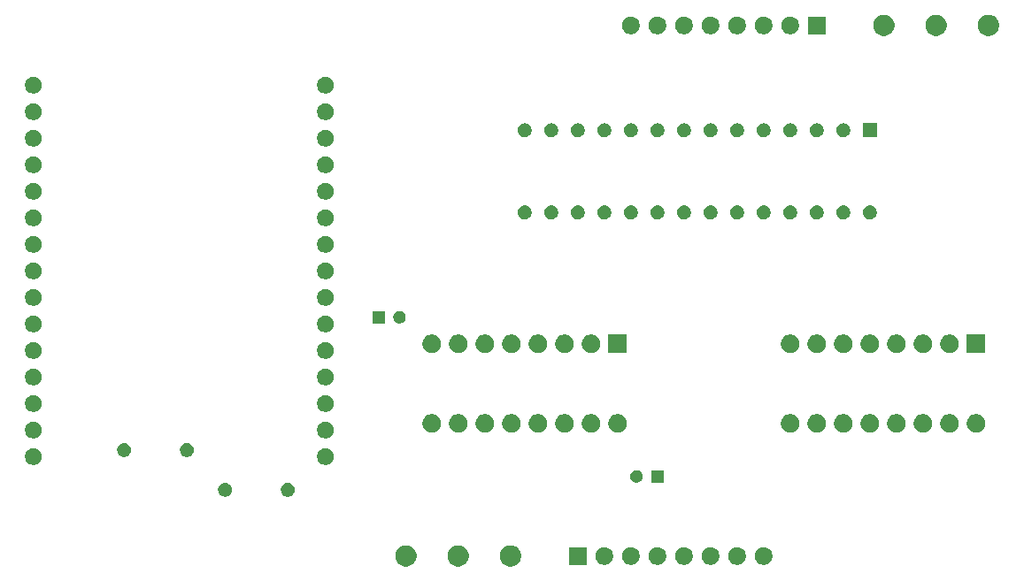
<source format=gbr>
G04 #@! TF.GenerationSoftware,KiCad,Pcbnew,5.1.6-c6e7f7d~86~ubuntu16.04.1*
G04 #@! TF.CreationDate,2020-05-12T14:31:13-06:00*
G04 #@! TF.ProjectId,Turnout-Cntrlr,5475726e-6f75-4742-9d43-6e74726c722e,rev?*
G04 #@! TF.SameCoordinates,Original*
G04 #@! TF.FileFunction,Soldermask,Bot*
G04 #@! TF.FilePolarity,Negative*
%FSLAX46Y46*%
G04 Gerber Fmt 4.6, Leading zero omitted, Abs format (unit mm)*
G04 Created by KiCad (PCBNEW 5.1.6-c6e7f7d~86~ubuntu16.04.1) date 2020-05-12 14:31:13*
%MOMM*%
%LPD*%
G01*
G04 APERTURE LIST*
%ADD10C,0.100000*%
G04 APERTURE END LIST*
D10*
G36*
X94199272Y-115853428D02*
G01*
X94385991Y-115930770D01*
X94385993Y-115930771D01*
X94554037Y-116043054D01*
X94696946Y-116185963D01*
X94773615Y-116300707D01*
X94809230Y-116354009D01*
X94886572Y-116540728D01*
X94926000Y-116738947D01*
X94926000Y-116941053D01*
X94886572Y-117139272D01*
X94844547Y-117240729D01*
X94809229Y-117325993D01*
X94696946Y-117494037D01*
X94554037Y-117636946D01*
X94385993Y-117749229D01*
X94385992Y-117749230D01*
X94385991Y-117749230D01*
X94199272Y-117826572D01*
X94001053Y-117866000D01*
X93798947Y-117866000D01*
X93600728Y-117826572D01*
X93414009Y-117749230D01*
X93414008Y-117749230D01*
X93414007Y-117749229D01*
X93245963Y-117636946D01*
X93103054Y-117494037D01*
X92990771Y-117325993D01*
X92955453Y-117240729D01*
X92913428Y-117139272D01*
X92874000Y-116941053D01*
X92874000Y-116738947D01*
X92913428Y-116540728D01*
X92990770Y-116354009D01*
X93026385Y-116300707D01*
X93103054Y-116185963D01*
X93245963Y-116043054D01*
X93414007Y-115930771D01*
X93414009Y-115930770D01*
X93600728Y-115853428D01*
X93798947Y-115814000D01*
X94001053Y-115814000D01*
X94199272Y-115853428D01*
G37*
G36*
X89199272Y-115853428D02*
G01*
X89385991Y-115930770D01*
X89385993Y-115930771D01*
X89554037Y-116043054D01*
X89696946Y-116185963D01*
X89773615Y-116300707D01*
X89809230Y-116354009D01*
X89886572Y-116540728D01*
X89926000Y-116738947D01*
X89926000Y-116941053D01*
X89886572Y-117139272D01*
X89844547Y-117240729D01*
X89809229Y-117325993D01*
X89696946Y-117494037D01*
X89554037Y-117636946D01*
X89385993Y-117749229D01*
X89385992Y-117749230D01*
X89385991Y-117749230D01*
X89199272Y-117826572D01*
X89001053Y-117866000D01*
X88798947Y-117866000D01*
X88600728Y-117826572D01*
X88414009Y-117749230D01*
X88414008Y-117749230D01*
X88414007Y-117749229D01*
X88245963Y-117636946D01*
X88103054Y-117494037D01*
X87990771Y-117325993D01*
X87955453Y-117240729D01*
X87913428Y-117139272D01*
X87874000Y-116941053D01*
X87874000Y-116738947D01*
X87913428Y-116540728D01*
X87990770Y-116354009D01*
X88026385Y-116300707D01*
X88103054Y-116185963D01*
X88245963Y-116043054D01*
X88414007Y-115930771D01*
X88414009Y-115930770D01*
X88600728Y-115853428D01*
X88798947Y-115814000D01*
X89001053Y-115814000D01*
X89199272Y-115853428D01*
G37*
G36*
X84199272Y-115853428D02*
G01*
X84385991Y-115930770D01*
X84385993Y-115930771D01*
X84554037Y-116043054D01*
X84696946Y-116185963D01*
X84773615Y-116300707D01*
X84809230Y-116354009D01*
X84886572Y-116540728D01*
X84926000Y-116738947D01*
X84926000Y-116941053D01*
X84886572Y-117139272D01*
X84844547Y-117240729D01*
X84809229Y-117325993D01*
X84696946Y-117494037D01*
X84554037Y-117636946D01*
X84385993Y-117749229D01*
X84385992Y-117749230D01*
X84385991Y-117749230D01*
X84199272Y-117826572D01*
X84001053Y-117866000D01*
X83798947Y-117866000D01*
X83600728Y-117826572D01*
X83414009Y-117749230D01*
X83414008Y-117749230D01*
X83414007Y-117749229D01*
X83245963Y-117636946D01*
X83103054Y-117494037D01*
X82990771Y-117325993D01*
X82955453Y-117240729D01*
X82913428Y-117139272D01*
X82874000Y-116941053D01*
X82874000Y-116738947D01*
X82913428Y-116540728D01*
X82990770Y-116354009D01*
X83026385Y-116300707D01*
X83103054Y-116185963D01*
X83245963Y-116043054D01*
X83414007Y-115930771D01*
X83414009Y-115930770D01*
X83600728Y-115853428D01*
X83798947Y-115814000D01*
X84001053Y-115814000D01*
X84199272Y-115853428D01*
G37*
G36*
X110736768Y-116026511D02*
G01*
X110890729Y-116090284D01*
X110890731Y-116090285D01*
X111029293Y-116182869D01*
X111147131Y-116300707D01*
X111239716Y-116439271D01*
X111303489Y-116593232D01*
X111336000Y-116756675D01*
X111336000Y-116923325D01*
X111303489Y-117086768D01*
X111239716Y-117240729D01*
X111239715Y-117240731D01*
X111147131Y-117379293D01*
X111029293Y-117497131D01*
X110890731Y-117589715D01*
X110890730Y-117589716D01*
X110890729Y-117589716D01*
X110736768Y-117653489D01*
X110573325Y-117686000D01*
X110406675Y-117686000D01*
X110243232Y-117653489D01*
X110089271Y-117589716D01*
X110089270Y-117589716D01*
X110089269Y-117589715D01*
X109950707Y-117497131D01*
X109832869Y-117379293D01*
X109740285Y-117240731D01*
X109740284Y-117240729D01*
X109676511Y-117086768D01*
X109644000Y-116923325D01*
X109644000Y-116756675D01*
X109676511Y-116593232D01*
X109740284Y-116439271D01*
X109832869Y-116300707D01*
X109950707Y-116182869D01*
X110089269Y-116090285D01*
X110089271Y-116090284D01*
X110243232Y-116026511D01*
X110406675Y-115994000D01*
X110573325Y-115994000D01*
X110736768Y-116026511D01*
G37*
G36*
X101176000Y-117686000D02*
G01*
X99484000Y-117686000D01*
X99484000Y-115994000D01*
X101176000Y-115994000D01*
X101176000Y-117686000D01*
G37*
G36*
X103116768Y-116026511D02*
G01*
X103270729Y-116090284D01*
X103270731Y-116090285D01*
X103409293Y-116182869D01*
X103527131Y-116300707D01*
X103619716Y-116439271D01*
X103683489Y-116593232D01*
X103716000Y-116756675D01*
X103716000Y-116923325D01*
X103683489Y-117086768D01*
X103619716Y-117240729D01*
X103619715Y-117240731D01*
X103527131Y-117379293D01*
X103409293Y-117497131D01*
X103270731Y-117589715D01*
X103270730Y-117589716D01*
X103270729Y-117589716D01*
X103116768Y-117653489D01*
X102953325Y-117686000D01*
X102786675Y-117686000D01*
X102623232Y-117653489D01*
X102469271Y-117589716D01*
X102469270Y-117589716D01*
X102469269Y-117589715D01*
X102330707Y-117497131D01*
X102212869Y-117379293D01*
X102120285Y-117240731D01*
X102120284Y-117240729D01*
X102056511Y-117086768D01*
X102024000Y-116923325D01*
X102024000Y-116756675D01*
X102056511Y-116593232D01*
X102120284Y-116439271D01*
X102212869Y-116300707D01*
X102330707Y-116182869D01*
X102469269Y-116090285D01*
X102469271Y-116090284D01*
X102623232Y-116026511D01*
X102786675Y-115994000D01*
X102953325Y-115994000D01*
X103116768Y-116026511D01*
G37*
G36*
X105656768Y-116026511D02*
G01*
X105810729Y-116090284D01*
X105810731Y-116090285D01*
X105949293Y-116182869D01*
X106067131Y-116300707D01*
X106159716Y-116439271D01*
X106223489Y-116593232D01*
X106256000Y-116756675D01*
X106256000Y-116923325D01*
X106223489Y-117086768D01*
X106159716Y-117240729D01*
X106159715Y-117240731D01*
X106067131Y-117379293D01*
X105949293Y-117497131D01*
X105810731Y-117589715D01*
X105810730Y-117589716D01*
X105810729Y-117589716D01*
X105656768Y-117653489D01*
X105493325Y-117686000D01*
X105326675Y-117686000D01*
X105163232Y-117653489D01*
X105009271Y-117589716D01*
X105009270Y-117589716D01*
X105009269Y-117589715D01*
X104870707Y-117497131D01*
X104752869Y-117379293D01*
X104660285Y-117240731D01*
X104660284Y-117240729D01*
X104596511Y-117086768D01*
X104564000Y-116923325D01*
X104564000Y-116756675D01*
X104596511Y-116593232D01*
X104660284Y-116439271D01*
X104752869Y-116300707D01*
X104870707Y-116182869D01*
X105009269Y-116090285D01*
X105009271Y-116090284D01*
X105163232Y-116026511D01*
X105326675Y-115994000D01*
X105493325Y-115994000D01*
X105656768Y-116026511D01*
G37*
G36*
X108196768Y-116026511D02*
G01*
X108350729Y-116090284D01*
X108350731Y-116090285D01*
X108489293Y-116182869D01*
X108607131Y-116300707D01*
X108699716Y-116439271D01*
X108763489Y-116593232D01*
X108796000Y-116756675D01*
X108796000Y-116923325D01*
X108763489Y-117086768D01*
X108699716Y-117240729D01*
X108699715Y-117240731D01*
X108607131Y-117379293D01*
X108489293Y-117497131D01*
X108350731Y-117589715D01*
X108350730Y-117589716D01*
X108350729Y-117589716D01*
X108196768Y-117653489D01*
X108033325Y-117686000D01*
X107866675Y-117686000D01*
X107703232Y-117653489D01*
X107549271Y-117589716D01*
X107549270Y-117589716D01*
X107549269Y-117589715D01*
X107410707Y-117497131D01*
X107292869Y-117379293D01*
X107200285Y-117240731D01*
X107200284Y-117240729D01*
X107136511Y-117086768D01*
X107104000Y-116923325D01*
X107104000Y-116756675D01*
X107136511Y-116593232D01*
X107200284Y-116439271D01*
X107292869Y-116300707D01*
X107410707Y-116182869D01*
X107549269Y-116090285D01*
X107549271Y-116090284D01*
X107703232Y-116026511D01*
X107866675Y-115994000D01*
X108033325Y-115994000D01*
X108196768Y-116026511D01*
G37*
G36*
X113276768Y-116026511D02*
G01*
X113430729Y-116090284D01*
X113430731Y-116090285D01*
X113569293Y-116182869D01*
X113687131Y-116300707D01*
X113779716Y-116439271D01*
X113843489Y-116593232D01*
X113876000Y-116756675D01*
X113876000Y-116923325D01*
X113843489Y-117086768D01*
X113779716Y-117240729D01*
X113779715Y-117240731D01*
X113687131Y-117379293D01*
X113569293Y-117497131D01*
X113430731Y-117589715D01*
X113430730Y-117589716D01*
X113430729Y-117589716D01*
X113276768Y-117653489D01*
X113113325Y-117686000D01*
X112946675Y-117686000D01*
X112783232Y-117653489D01*
X112629271Y-117589716D01*
X112629270Y-117589716D01*
X112629269Y-117589715D01*
X112490707Y-117497131D01*
X112372869Y-117379293D01*
X112280285Y-117240731D01*
X112280284Y-117240729D01*
X112216511Y-117086768D01*
X112184000Y-116923325D01*
X112184000Y-116756675D01*
X112216511Y-116593232D01*
X112280284Y-116439271D01*
X112372869Y-116300707D01*
X112490707Y-116182869D01*
X112629269Y-116090285D01*
X112629271Y-116090284D01*
X112783232Y-116026511D01*
X112946675Y-115994000D01*
X113113325Y-115994000D01*
X113276768Y-116026511D01*
G37*
G36*
X115816768Y-116026511D02*
G01*
X115970729Y-116090284D01*
X115970731Y-116090285D01*
X116109293Y-116182869D01*
X116227131Y-116300707D01*
X116319716Y-116439271D01*
X116383489Y-116593232D01*
X116416000Y-116756675D01*
X116416000Y-116923325D01*
X116383489Y-117086768D01*
X116319716Y-117240729D01*
X116319715Y-117240731D01*
X116227131Y-117379293D01*
X116109293Y-117497131D01*
X115970731Y-117589715D01*
X115970730Y-117589716D01*
X115970729Y-117589716D01*
X115816768Y-117653489D01*
X115653325Y-117686000D01*
X115486675Y-117686000D01*
X115323232Y-117653489D01*
X115169271Y-117589716D01*
X115169270Y-117589716D01*
X115169269Y-117589715D01*
X115030707Y-117497131D01*
X114912869Y-117379293D01*
X114820285Y-117240731D01*
X114820284Y-117240729D01*
X114756511Y-117086768D01*
X114724000Y-116923325D01*
X114724000Y-116756675D01*
X114756511Y-116593232D01*
X114820284Y-116439271D01*
X114912869Y-116300707D01*
X115030707Y-116182869D01*
X115169269Y-116090285D01*
X115169271Y-116090284D01*
X115323232Y-116026511D01*
X115486675Y-115994000D01*
X115653325Y-115994000D01*
X115816768Y-116026511D01*
G37*
G36*
X118356768Y-116026511D02*
G01*
X118510729Y-116090284D01*
X118510731Y-116090285D01*
X118649293Y-116182869D01*
X118767131Y-116300707D01*
X118859716Y-116439271D01*
X118923489Y-116593232D01*
X118956000Y-116756675D01*
X118956000Y-116923325D01*
X118923489Y-117086768D01*
X118859716Y-117240729D01*
X118859715Y-117240731D01*
X118767131Y-117379293D01*
X118649293Y-117497131D01*
X118510731Y-117589715D01*
X118510730Y-117589716D01*
X118510729Y-117589716D01*
X118356768Y-117653489D01*
X118193325Y-117686000D01*
X118026675Y-117686000D01*
X117863232Y-117653489D01*
X117709271Y-117589716D01*
X117709270Y-117589716D01*
X117709269Y-117589715D01*
X117570707Y-117497131D01*
X117452869Y-117379293D01*
X117360285Y-117240731D01*
X117360284Y-117240729D01*
X117296511Y-117086768D01*
X117264000Y-116923325D01*
X117264000Y-116756675D01*
X117296511Y-116593232D01*
X117360284Y-116439271D01*
X117452869Y-116300707D01*
X117570707Y-116182869D01*
X117709269Y-116090285D01*
X117709271Y-116090284D01*
X117863232Y-116026511D01*
X118026675Y-115994000D01*
X118193325Y-115994000D01*
X118356768Y-116026511D01*
G37*
G36*
X66795431Y-109845747D02*
G01*
X66917365Y-109896254D01*
X67027098Y-109969575D01*
X67120425Y-110062902D01*
X67193746Y-110172635D01*
X67244253Y-110294569D01*
X67270000Y-110424009D01*
X67270000Y-110555991D01*
X67244253Y-110685431D01*
X67193746Y-110807365D01*
X67120425Y-110917098D01*
X67027098Y-111010425D01*
X66917365Y-111083746D01*
X66795431Y-111134253D01*
X66665991Y-111160000D01*
X66534009Y-111160000D01*
X66404569Y-111134253D01*
X66282635Y-111083746D01*
X66172902Y-111010425D01*
X66079575Y-110917098D01*
X66006254Y-110807365D01*
X65955747Y-110685431D01*
X65930000Y-110555991D01*
X65930000Y-110424009D01*
X65955747Y-110294569D01*
X66006254Y-110172635D01*
X66079575Y-110062902D01*
X66172902Y-109969575D01*
X66282635Y-109896254D01*
X66404569Y-109845747D01*
X66534009Y-109820000D01*
X66665991Y-109820000D01*
X66795431Y-109845747D01*
G37*
G36*
X72795431Y-109845747D02*
G01*
X72917365Y-109896254D01*
X73027098Y-109969575D01*
X73120425Y-110062902D01*
X73193746Y-110172635D01*
X73244253Y-110294569D01*
X73270000Y-110424009D01*
X73270000Y-110555991D01*
X73244253Y-110685431D01*
X73193746Y-110807365D01*
X73120425Y-110917098D01*
X73027098Y-111010425D01*
X72917365Y-111083746D01*
X72795431Y-111134253D01*
X72665991Y-111160000D01*
X72534009Y-111160000D01*
X72404569Y-111134253D01*
X72282635Y-111083746D01*
X72172902Y-111010425D01*
X72079575Y-110917098D01*
X72006254Y-110807365D01*
X71955747Y-110685431D01*
X71930000Y-110555991D01*
X71930000Y-110424009D01*
X71955747Y-110294569D01*
X72006254Y-110172635D01*
X72079575Y-110062902D01*
X72172902Y-109969575D01*
X72282635Y-109896254D01*
X72404569Y-109845747D01*
X72534009Y-109820000D01*
X72665991Y-109820000D01*
X72795431Y-109845747D01*
G37*
G36*
X106086601Y-108634397D02*
G01*
X106125305Y-108642096D01*
X106157340Y-108655365D01*
X106234680Y-108687400D01*
X106333115Y-108753173D01*
X106416827Y-108836885D01*
X106482600Y-108935320D01*
X106527904Y-109044696D01*
X106551000Y-109160805D01*
X106551000Y-109279195D01*
X106527904Y-109395304D01*
X106482600Y-109504680D01*
X106416827Y-109603115D01*
X106333115Y-109686827D01*
X106234680Y-109752600D01*
X106157340Y-109784635D01*
X106125305Y-109797904D01*
X106086601Y-109805603D01*
X106009195Y-109821000D01*
X105890805Y-109821000D01*
X105813399Y-109805603D01*
X105774695Y-109797904D01*
X105742660Y-109784635D01*
X105665320Y-109752600D01*
X105566885Y-109686827D01*
X105483173Y-109603115D01*
X105417400Y-109504680D01*
X105372096Y-109395304D01*
X105349000Y-109279195D01*
X105349000Y-109160805D01*
X105372096Y-109044696D01*
X105417400Y-108935320D01*
X105483173Y-108836885D01*
X105566885Y-108753173D01*
X105665320Y-108687400D01*
X105742660Y-108655365D01*
X105774695Y-108642096D01*
X105813399Y-108634397D01*
X105890805Y-108619000D01*
X106009195Y-108619000D01*
X106086601Y-108634397D01*
G37*
G36*
X108551000Y-109821000D02*
G01*
X107349000Y-109821000D01*
X107349000Y-108619000D01*
X108551000Y-108619000D01*
X108551000Y-109821000D01*
G37*
G36*
X48497142Y-106533242D02*
G01*
X48645101Y-106594529D01*
X48778255Y-106683499D01*
X48891501Y-106796745D01*
X48980471Y-106929899D01*
X49041758Y-107077858D01*
X49073000Y-107234925D01*
X49073000Y-107395075D01*
X49041758Y-107552142D01*
X48980471Y-107700101D01*
X48891501Y-107833255D01*
X48778255Y-107946501D01*
X48645101Y-108035471D01*
X48497142Y-108096758D01*
X48340075Y-108128000D01*
X48179925Y-108128000D01*
X48022858Y-108096758D01*
X47874899Y-108035471D01*
X47741745Y-107946501D01*
X47628499Y-107833255D01*
X47539529Y-107700101D01*
X47478242Y-107552142D01*
X47447000Y-107395075D01*
X47447000Y-107234925D01*
X47478242Y-107077858D01*
X47539529Y-106929899D01*
X47628499Y-106796745D01*
X47741745Y-106683499D01*
X47874899Y-106594529D01*
X48022858Y-106533242D01*
X48179925Y-106502000D01*
X48340075Y-106502000D01*
X48497142Y-106533242D01*
G37*
G36*
X76437142Y-106533242D02*
G01*
X76585101Y-106594529D01*
X76718255Y-106683499D01*
X76831501Y-106796745D01*
X76920471Y-106929899D01*
X76981758Y-107077858D01*
X77013000Y-107234925D01*
X77013000Y-107395075D01*
X76981758Y-107552142D01*
X76920471Y-107700101D01*
X76831501Y-107833255D01*
X76718255Y-107946501D01*
X76585101Y-108035471D01*
X76437142Y-108096758D01*
X76280075Y-108128000D01*
X76119925Y-108128000D01*
X75962858Y-108096758D01*
X75814899Y-108035471D01*
X75681745Y-107946501D01*
X75568499Y-107833255D01*
X75479529Y-107700101D01*
X75418242Y-107552142D01*
X75387000Y-107395075D01*
X75387000Y-107234925D01*
X75418242Y-107077858D01*
X75479529Y-106929899D01*
X75568499Y-106796745D01*
X75681745Y-106683499D01*
X75814899Y-106594529D01*
X75962858Y-106533242D01*
X76119925Y-106502000D01*
X76280075Y-106502000D01*
X76437142Y-106533242D01*
G37*
G36*
X57135431Y-106035747D02*
G01*
X57257365Y-106086254D01*
X57367098Y-106159575D01*
X57460425Y-106252902D01*
X57533746Y-106362635D01*
X57584253Y-106484569D01*
X57610000Y-106614009D01*
X57610000Y-106745991D01*
X57584253Y-106875431D01*
X57533746Y-106997365D01*
X57460425Y-107107098D01*
X57367098Y-107200425D01*
X57257365Y-107273746D01*
X57135431Y-107324253D01*
X57005991Y-107350000D01*
X56874009Y-107350000D01*
X56744569Y-107324253D01*
X56622635Y-107273746D01*
X56512902Y-107200425D01*
X56419575Y-107107098D01*
X56346254Y-106997365D01*
X56295747Y-106875431D01*
X56270000Y-106745991D01*
X56270000Y-106614009D01*
X56295747Y-106484569D01*
X56346254Y-106362635D01*
X56419575Y-106252902D01*
X56512902Y-106159575D01*
X56622635Y-106086254D01*
X56744569Y-106035747D01*
X56874009Y-106010000D01*
X57005991Y-106010000D01*
X57135431Y-106035747D01*
G37*
G36*
X63135431Y-106035747D02*
G01*
X63257365Y-106086254D01*
X63367098Y-106159575D01*
X63460425Y-106252902D01*
X63533746Y-106362635D01*
X63584253Y-106484569D01*
X63610000Y-106614009D01*
X63610000Y-106745991D01*
X63584253Y-106875431D01*
X63533746Y-106997365D01*
X63460425Y-107107098D01*
X63367098Y-107200425D01*
X63257365Y-107273746D01*
X63135431Y-107324253D01*
X63005991Y-107350000D01*
X62874009Y-107350000D01*
X62744569Y-107324253D01*
X62622635Y-107273746D01*
X62512902Y-107200425D01*
X62419575Y-107107098D01*
X62346254Y-106997365D01*
X62295747Y-106875431D01*
X62270000Y-106745991D01*
X62270000Y-106614009D01*
X62295747Y-106484569D01*
X62346254Y-106362635D01*
X62419575Y-106252902D01*
X62512902Y-106159575D01*
X62622635Y-106086254D01*
X62744569Y-106035747D01*
X62874009Y-106010000D01*
X63005991Y-106010000D01*
X63135431Y-106035747D01*
G37*
G36*
X76437142Y-103993242D02*
G01*
X76585101Y-104054529D01*
X76718255Y-104143499D01*
X76831501Y-104256745D01*
X76920471Y-104389899D01*
X76981758Y-104537858D01*
X77013000Y-104694925D01*
X77013000Y-104855075D01*
X76981758Y-105012142D01*
X76920471Y-105160101D01*
X76831501Y-105293255D01*
X76718255Y-105406501D01*
X76585101Y-105495471D01*
X76437142Y-105556758D01*
X76280075Y-105588000D01*
X76119925Y-105588000D01*
X75962858Y-105556758D01*
X75814899Y-105495471D01*
X75681745Y-105406501D01*
X75568499Y-105293255D01*
X75479529Y-105160101D01*
X75418242Y-105012142D01*
X75387000Y-104855075D01*
X75387000Y-104694925D01*
X75418242Y-104537858D01*
X75479529Y-104389899D01*
X75568499Y-104256745D01*
X75681745Y-104143499D01*
X75814899Y-104054529D01*
X75962858Y-103993242D01*
X76119925Y-103962000D01*
X76280075Y-103962000D01*
X76437142Y-103993242D01*
G37*
G36*
X48497142Y-103993242D02*
G01*
X48645101Y-104054529D01*
X48778255Y-104143499D01*
X48891501Y-104256745D01*
X48980471Y-104389899D01*
X49041758Y-104537858D01*
X49073000Y-104694925D01*
X49073000Y-104855075D01*
X49041758Y-105012142D01*
X48980471Y-105160101D01*
X48891501Y-105293255D01*
X48778255Y-105406501D01*
X48645101Y-105495471D01*
X48497142Y-105556758D01*
X48340075Y-105588000D01*
X48179925Y-105588000D01*
X48022858Y-105556758D01*
X47874899Y-105495471D01*
X47741745Y-105406501D01*
X47628499Y-105293255D01*
X47539529Y-105160101D01*
X47478242Y-105012142D01*
X47447000Y-104855075D01*
X47447000Y-104694925D01*
X47478242Y-104537858D01*
X47539529Y-104389899D01*
X47628499Y-104256745D01*
X47741745Y-104143499D01*
X47874899Y-104054529D01*
X48022858Y-103993242D01*
X48179925Y-103962000D01*
X48340075Y-103962000D01*
X48497142Y-103993242D01*
G37*
G36*
X86619369Y-103284971D02*
G01*
X86781195Y-103352002D01*
X86926829Y-103449311D01*
X87050689Y-103573171D01*
X87147998Y-103718805D01*
X87215029Y-103880631D01*
X87249200Y-104052420D01*
X87249200Y-104227580D01*
X87215029Y-104399369D01*
X87147998Y-104561195D01*
X87050689Y-104706829D01*
X86926829Y-104830689D01*
X86781195Y-104927998D01*
X86619369Y-104995029D01*
X86447580Y-105029200D01*
X86272420Y-105029200D01*
X86100631Y-104995029D01*
X85938805Y-104927998D01*
X85793171Y-104830689D01*
X85669311Y-104706829D01*
X85572002Y-104561195D01*
X85504971Y-104399369D01*
X85470800Y-104227580D01*
X85470800Y-104052420D01*
X85504971Y-103880631D01*
X85572002Y-103718805D01*
X85669311Y-103573171D01*
X85793171Y-103449311D01*
X85938805Y-103352002D01*
X86100631Y-103284971D01*
X86272420Y-103250800D01*
X86447580Y-103250800D01*
X86619369Y-103284971D01*
G37*
G36*
X89159369Y-103284971D02*
G01*
X89321195Y-103352002D01*
X89466829Y-103449311D01*
X89590689Y-103573171D01*
X89687998Y-103718805D01*
X89755029Y-103880631D01*
X89789200Y-104052420D01*
X89789200Y-104227580D01*
X89755029Y-104399369D01*
X89687998Y-104561195D01*
X89590689Y-104706829D01*
X89466829Y-104830689D01*
X89321195Y-104927998D01*
X89159369Y-104995029D01*
X88987580Y-105029200D01*
X88812420Y-105029200D01*
X88640631Y-104995029D01*
X88478805Y-104927998D01*
X88333171Y-104830689D01*
X88209311Y-104706829D01*
X88112002Y-104561195D01*
X88044971Y-104399369D01*
X88010800Y-104227580D01*
X88010800Y-104052420D01*
X88044971Y-103880631D01*
X88112002Y-103718805D01*
X88209311Y-103573171D01*
X88333171Y-103449311D01*
X88478805Y-103352002D01*
X88640631Y-103284971D01*
X88812420Y-103250800D01*
X88987580Y-103250800D01*
X89159369Y-103284971D01*
G37*
G36*
X91699369Y-103284971D02*
G01*
X91861195Y-103352002D01*
X92006829Y-103449311D01*
X92130689Y-103573171D01*
X92227998Y-103718805D01*
X92295029Y-103880631D01*
X92329200Y-104052420D01*
X92329200Y-104227580D01*
X92295029Y-104399369D01*
X92227998Y-104561195D01*
X92130689Y-104706829D01*
X92006829Y-104830689D01*
X91861195Y-104927998D01*
X91699369Y-104995029D01*
X91527580Y-105029200D01*
X91352420Y-105029200D01*
X91180631Y-104995029D01*
X91018805Y-104927998D01*
X90873171Y-104830689D01*
X90749311Y-104706829D01*
X90652002Y-104561195D01*
X90584971Y-104399369D01*
X90550800Y-104227580D01*
X90550800Y-104052420D01*
X90584971Y-103880631D01*
X90652002Y-103718805D01*
X90749311Y-103573171D01*
X90873171Y-103449311D01*
X91018805Y-103352002D01*
X91180631Y-103284971D01*
X91352420Y-103250800D01*
X91527580Y-103250800D01*
X91699369Y-103284971D01*
G37*
G36*
X94239369Y-103284971D02*
G01*
X94401195Y-103352002D01*
X94546829Y-103449311D01*
X94670689Y-103573171D01*
X94767998Y-103718805D01*
X94835029Y-103880631D01*
X94869200Y-104052420D01*
X94869200Y-104227580D01*
X94835029Y-104399369D01*
X94767998Y-104561195D01*
X94670689Y-104706829D01*
X94546829Y-104830689D01*
X94401195Y-104927998D01*
X94239369Y-104995029D01*
X94067580Y-105029200D01*
X93892420Y-105029200D01*
X93720631Y-104995029D01*
X93558805Y-104927998D01*
X93413171Y-104830689D01*
X93289311Y-104706829D01*
X93192002Y-104561195D01*
X93124971Y-104399369D01*
X93090800Y-104227580D01*
X93090800Y-104052420D01*
X93124971Y-103880631D01*
X93192002Y-103718805D01*
X93289311Y-103573171D01*
X93413171Y-103449311D01*
X93558805Y-103352002D01*
X93720631Y-103284971D01*
X93892420Y-103250800D01*
X94067580Y-103250800D01*
X94239369Y-103284971D01*
G37*
G36*
X96779369Y-103284971D02*
G01*
X96941195Y-103352002D01*
X97086829Y-103449311D01*
X97210689Y-103573171D01*
X97307998Y-103718805D01*
X97375029Y-103880631D01*
X97409200Y-104052420D01*
X97409200Y-104227580D01*
X97375029Y-104399369D01*
X97307998Y-104561195D01*
X97210689Y-104706829D01*
X97086829Y-104830689D01*
X96941195Y-104927998D01*
X96779369Y-104995029D01*
X96607580Y-105029200D01*
X96432420Y-105029200D01*
X96260631Y-104995029D01*
X96098805Y-104927998D01*
X95953171Y-104830689D01*
X95829311Y-104706829D01*
X95732002Y-104561195D01*
X95664971Y-104399369D01*
X95630800Y-104227580D01*
X95630800Y-104052420D01*
X95664971Y-103880631D01*
X95732002Y-103718805D01*
X95829311Y-103573171D01*
X95953171Y-103449311D01*
X96098805Y-103352002D01*
X96260631Y-103284971D01*
X96432420Y-103250800D01*
X96607580Y-103250800D01*
X96779369Y-103284971D01*
G37*
G36*
X99319369Y-103284971D02*
G01*
X99481195Y-103352002D01*
X99626829Y-103449311D01*
X99750689Y-103573171D01*
X99847998Y-103718805D01*
X99915029Y-103880631D01*
X99949200Y-104052420D01*
X99949200Y-104227580D01*
X99915029Y-104399369D01*
X99847998Y-104561195D01*
X99750689Y-104706829D01*
X99626829Y-104830689D01*
X99481195Y-104927998D01*
X99319369Y-104995029D01*
X99147580Y-105029200D01*
X98972420Y-105029200D01*
X98800631Y-104995029D01*
X98638805Y-104927998D01*
X98493171Y-104830689D01*
X98369311Y-104706829D01*
X98272002Y-104561195D01*
X98204971Y-104399369D01*
X98170800Y-104227580D01*
X98170800Y-104052420D01*
X98204971Y-103880631D01*
X98272002Y-103718805D01*
X98369311Y-103573171D01*
X98493171Y-103449311D01*
X98638805Y-103352002D01*
X98800631Y-103284971D01*
X98972420Y-103250800D01*
X99147580Y-103250800D01*
X99319369Y-103284971D01*
G37*
G36*
X101859369Y-103284971D02*
G01*
X102021195Y-103352002D01*
X102166829Y-103449311D01*
X102290689Y-103573171D01*
X102387998Y-103718805D01*
X102455029Y-103880631D01*
X102489200Y-104052420D01*
X102489200Y-104227580D01*
X102455029Y-104399369D01*
X102387998Y-104561195D01*
X102290689Y-104706829D01*
X102166829Y-104830689D01*
X102021195Y-104927998D01*
X101859369Y-104995029D01*
X101687580Y-105029200D01*
X101512420Y-105029200D01*
X101340631Y-104995029D01*
X101178805Y-104927998D01*
X101033171Y-104830689D01*
X100909311Y-104706829D01*
X100812002Y-104561195D01*
X100744971Y-104399369D01*
X100710800Y-104227580D01*
X100710800Y-104052420D01*
X100744971Y-103880631D01*
X100812002Y-103718805D01*
X100909311Y-103573171D01*
X101033171Y-103449311D01*
X101178805Y-103352002D01*
X101340631Y-103284971D01*
X101512420Y-103250800D01*
X101687580Y-103250800D01*
X101859369Y-103284971D01*
G37*
G36*
X104399369Y-103284971D02*
G01*
X104561195Y-103352002D01*
X104706829Y-103449311D01*
X104830689Y-103573171D01*
X104927998Y-103718805D01*
X104995029Y-103880631D01*
X105029200Y-104052420D01*
X105029200Y-104227580D01*
X104995029Y-104399369D01*
X104927998Y-104561195D01*
X104830689Y-104706829D01*
X104706829Y-104830689D01*
X104561195Y-104927998D01*
X104399369Y-104995029D01*
X104227580Y-105029200D01*
X104052420Y-105029200D01*
X103880631Y-104995029D01*
X103718805Y-104927998D01*
X103573171Y-104830689D01*
X103449311Y-104706829D01*
X103352002Y-104561195D01*
X103284971Y-104399369D01*
X103250800Y-104227580D01*
X103250800Y-104052420D01*
X103284971Y-103880631D01*
X103352002Y-103718805D01*
X103449311Y-103573171D01*
X103573171Y-103449311D01*
X103718805Y-103352002D01*
X103880631Y-103284971D01*
X104052420Y-103250800D01*
X104227580Y-103250800D01*
X104399369Y-103284971D01*
G37*
G36*
X125989369Y-103284971D02*
G01*
X126151195Y-103352002D01*
X126296829Y-103449311D01*
X126420689Y-103573171D01*
X126517998Y-103718805D01*
X126585029Y-103880631D01*
X126619200Y-104052420D01*
X126619200Y-104227580D01*
X126585029Y-104399369D01*
X126517998Y-104561195D01*
X126420689Y-104706829D01*
X126296829Y-104830689D01*
X126151195Y-104927998D01*
X125989369Y-104995029D01*
X125817580Y-105029200D01*
X125642420Y-105029200D01*
X125470631Y-104995029D01*
X125308805Y-104927998D01*
X125163171Y-104830689D01*
X125039311Y-104706829D01*
X124942002Y-104561195D01*
X124874971Y-104399369D01*
X124840800Y-104227580D01*
X124840800Y-104052420D01*
X124874971Y-103880631D01*
X124942002Y-103718805D01*
X125039311Y-103573171D01*
X125163171Y-103449311D01*
X125308805Y-103352002D01*
X125470631Y-103284971D01*
X125642420Y-103250800D01*
X125817580Y-103250800D01*
X125989369Y-103284971D01*
G37*
G36*
X128529369Y-103284971D02*
G01*
X128691195Y-103352002D01*
X128836829Y-103449311D01*
X128960689Y-103573171D01*
X129057998Y-103718805D01*
X129125029Y-103880631D01*
X129159200Y-104052420D01*
X129159200Y-104227580D01*
X129125029Y-104399369D01*
X129057998Y-104561195D01*
X128960689Y-104706829D01*
X128836829Y-104830689D01*
X128691195Y-104927998D01*
X128529369Y-104995029D01*
X128357580Y-105029200D01*
X128182420Y-105029200D01*
X128010631Y-104995029D01*
X127848805Y-104927998D01*
X127703171Y-104830689D01*
X127579311Y-104706829D01*
X127482002Y-104561195D01*
X127414971Y-104399369D01*
X127380800Y-104227580D01*
X127380800Y-104052420D01*
X127414971Y-103880631D01*
X127482002Y-103718805D01*
X127579311Y-103573171D01*
X127703171Y-103449311D01*
X127848805Y-103352002D01*
X128010631Y-103284971D01*
X128182420Y-103250800D01*
X128357580Y-103250800D01*
X128529369Y-103284971D01*
G37*
G36*
X131069369Y-103284971D02*
G01*
X131231195Y-103352002D01*
X131376829Y-103449311D01*
X131500689Y-103573171D01*
X131597998Y-103718805D01*
X131665029Y-103880631D01*
X131699200Y-104052420D01*
X131699200Y-104227580D01*
X131665029Y-104399369D01*
X131597998Y-104561195D01*
X131500689Y-104706829D01*
X131376829Y-104830689D01*
X131231195Y-104927998D01*
X131069369Y-104995029D01*
X130897580Y-105029200D01*
X130722420Y-105029200D01*
X130550631Y-104995029D01*
X130388805Y-104927998D01*
X130243171Y-104830689D01*
X130119311Y-104706829D01*
X130022002Y-104561195D01*
X129954971Y-104399369D01*
X129920800Y-104227580D01*
X129920800Y-104052420D01*
X129954971Y-103880631D01*
X130022002Y-103718805D01*
X130119311Y-103573171D01*
X130243171Y-103449311D01*
X130388805Y-103352002D01*
X130550631Y-103284971D01*
X130722420Y-103250800D01*
X130897580Y-103250800D01*
X131069369Y-103284971D01*
G37*
G36*
X138689369Y-103284971D02*
G01*
X138851195Y-103352002D01*
X138996829Y-103449311D01*
X139120689Y-103573171D01*
X139217998Y-103718805D01*
X139285029Y-103880631D01*
X139319200Y-104052420D01*
X139319200Y-104227580D01*
X139285029Y-104399369D01*
X139217998Y-104561195D01*
X139120689Y-104706829D01*
X138996829Y-104830689D01*
X138851195Y-104927998D01*
X138689369Y-104995029D01*
X138517580Y-105029200D01*
X138342420Y-105029200D01*
X138170631Y-104995029D01*
X138008805Y-104927998D01*
X137863171Y-104830689D01*
X137739311Y-104706829D01*
X137642002Y-104561195D01*
X137574971Y-104399369D01*
X137540800Y-104227580D01*
X137540800Y-104052420D01*
X137574971Y-103880631D01*
X137642002Y-103718805D01*
X137739311Y-103573171D01*
X137863171Y-103449311D01*
X138008805Y-103352002D01*
X138170631Y-103284971D01*
X138342420Y-103250800D01*
X138517580Y-103250800D01*
X138689369Y-103284971D01*
G37*
G36*
X136149369Y-103284971D02*
G01*
X136311195Y-103352002D01*
X136456829Y-103449311D01*
X136580689Y-103573171D01*
X136677998Y-103718805D01*
X136745029Y-103880631D01*
X136779200Y-104052420D01*
X136779200Y-104227580D01*
X136745029Y-104399369D01*
X136677998Y-104561195D01*
X136580689Y-104706829D01*
X136456829Y-104830689D01*
X136311195Y-104927998D01*
X136149369Y-104995029D01*
X135977580Y-105029200D01*
X135802420Y-105029200D01*
X135630631Y-104995029D01*
X135468805Y-104927998D01*
X135323171Y-104830689D01*
X135199311Y-104706829D01*
X135102002Y-104561195D01*
X135034971Y-104399369D01*
X135000800Y-104227580D01*
X135000800Y-104052420D01*
X135034971Y-103880631D01*
X135102002Y-103718805D01*
X135199311Y-103573171D01*
X135323171Y-103449311D01*
X135468805Y-103352002D01*
X135630631Y-103284971D01*
X135802420Y-103250800D01*
X135977580Y-103250800D01*
X136149369Y-103284971D01*
G37*
G36*
X133609369Y-103284971D02*
G01*
X133771195Y-103352002D01*
X133916829Y-103449311D01*
X134040689Y-103573171D01*
X134137998Y-103718805D01*
X134205029Y-103880631D01*
X134239200Y-104052420D01*
X134239200Y-104227580D01*
X134205029Y-104399369D01*
X134137998Y-104561195D01*
X134040689Y-104706829D01*
X133916829Y-104830689D01*
X133771195Y-104927998D01*
X133609369Y-104995029D01*
X133437580Y-105029200D01*
X133262420Y-105029200D01*
X133090631Y-104995029D01*
X132928805Y-104927998D01*
X132783171Y-104830689D01*
X132659311Y-104706829D01*
X132562002Y-104561195D01*
X132494971Y-104399369D01*
X132460800Y-104227580D01*
X132460800Y-104052420D01*
X132494971Y-103880631D01*
X132562002Y-103718805D01*
X132659311Y-103573171D01*
X132783171Y-103449311D01*
X132928805Y-103352002D01*
X133090631Y-103284971D01*
X133262420Y-103250800D01*
X133437580Y-103250800D01*
X133609369Y-103284971D01*
G37*
G36*
X120909369Y-103284971D02*
G01*
X121071195Y-103352002D01*
X121216829Y-103449311D01*
X121340689Y-103573171D01*
X121437998Y-103718805D01*
X121505029Y-103880631D01*
X121539200Y-104052420D01*
X121539200Y-104227580D01*
X121505029Y-104399369D01*
X121437998Y-104561195D01*
X121340689Y-104706829D01*
X121216829Y-104830689D01*
X121071195Y-104927998D01*
X120909369Y-104995029D01*
X120737580Y-105029200D01*
X120562420Y-105029200D01*
X120390631Y-104995029D01*
X120228805Y-104927998D01*
X120083171Y-104830689D01*
X119959311Y-104706829D01*
X119862002Y-104561195D01*
X119794971Y-104399369D01*
X119760800Y-104227580D01*
X119760800Y-104052420D01*
X119794971Y-103880631D01*
X119862002Y-103718805D01*
X119959311Y-103573171D01*
X120083171Y-103449311D01*
X120228805Y-103352002D01*
X120390631Y-103284971D01*
X120562420Y-103250800D01*
X120737580Y-103250800D01*
X120909369Y-103284971D01*
G37*
G36*
X123449369Y-103284971D02*
G01*
X123611195Y-103352002D01*
X123756829Y-103449311D01*
X123880689Y-103573171D01*
X123977998Y-103718805D01*
X124045029Y-103880631D01*
X124079200Y-104052420D01*
X124079200Y-104227580D01*
X124045029Y-104399369D01*
X123977998Y-104561195D01*
X123880689Y-104706829D01*
X123756829Y-104830689D01*
X123611195Y-104927998D01*
X123449369Y-104995029D01*
X123277580Y-105029200D01*
X123102420Y-105029200D01*
X122930631Y-104995029D01*
X122768805Y-104927998D01*
X122623171Y-104830689D01*
X122499311Y-104706829D01*
X122402002Y-104561195D01*
X122334971Y-104399369D01*
X122300800Y-104227580D01*
X122300800Y-104052420D01*
X122334971Y-103880631D01*
X122402002Y-103718805D01*
X122499311Y-103573171D01*
X122623171Y-103449311D01*
X122768805Y-103352002D01*
X122930631Y-103284971D01*
X123102420Y-103250800D01*
X123277580Y-103250800D01*
X123449369Y-103284971D01*
G37*
G36*
X76437142Y-101453242D02*
G01*
X76585101Y-101514529D01*
X76718255Y-101603499D01*
X76831501Y-101716745D01*
X76920471Y-101849899D01*
X76981758Y-101997858D01*
X77013000Y-102154925D01*
X77013000Y-102315075D01*
X76981758Y-102472142D01*
X76920471Y-102620101D01*
X76831501Y-102753255D01*
X76718255Y-102866501D01*
X76585101Y-102955471D01*
X76437142Y-103016758D01*
X76280075Y-103048000D01*
X76119925Y-103048000D01*
X75962858Y-103016758D01*
X75814899Y-102955471D01*
X75681745Y-102866501D01*
X75568499Y-102753255D01*
X75479529Y-102620101D01*
X75418242Y-102472142D01*
X75387000Y-102315075D01*
X75387000Y-102154925D01*
X75418242Y-101997858D01*
X75479529Y-101849899D01*
X75568499Y-101716745D01*
X75681745Y-101603499D01*
X75814899Y-101514529D01*
X75962858Y-101453242D01*
X76119925Y-101422000D01*
X76280075Y-101422000D01*
X76437142Y-101453242D01*
G37*
G36*
X48497142Y-101453242D02*
G01*
X48645101Y-101514529D01*
X48778255Y-101603499D01*
X48891501Y-101716745D01*
X48980471Y-101849899D01*
X49041758Y-101997858D01*
X49073000Y-102154925D01*
X49073000Y-102315075D01*
X49041758Y-102472142D01*
X48980471Y-102620101D01*
X48891501Y-102753255D01*
X48778255Y-102866501D01*
X48645101Y-102955471D01*
X48497142Y-103016758D01*
X48340075Y-103048000D01*
X48179925Y-103048000D01*
X48022858Y-103016758D01*
X47874899Y-102955471D01*
X47741745Y-102866501D01*
X47628499Y-102753255D01*
X47539529Y-102620101D01*
X47478242Y-102472142D01*
X47447000Y-102315075D01*
X47447000Y-102154925D01*
X47478242Y-101997858D01*
X47539529Y-101849899D01*
X47628499Y-101716745D01*
X47741745Y-101603499D01*
X47874899Y-101514529D01*
X48022858Y-101453242D01*
X48179925Y-101422000D01*
X48340075Y-101422000D01*
X48497142Y-101453242D01*
G37*
G36*
X76437142Y-98913242D02*
G01*
X76585101Y-98974529D01*
X76718255Y-99063499D01*
X76831501Y-99176745D01*
X76920471Y-99309899D01*
X76981758Y-99457858D01*
X77013000Y-99614925D01*
X77013000Y-99775075D01*
X76981758Y-99932142D01*
X76920471Y-100080101D01*
X76831501Y-100213255D01*
X76718255Y-100326501D01*
X76585101Y-100415471D01*
X76437142Y-100476758D01*
X76280075Y-100508000D01*
X76119925Y-100508000D01*
X75962858Y-100476758D01*
X75814899Y-100415471D01*
X75681745Y-100326501D01*
X75568499Y-100213255D01*
X75479529Y-100080101D01*
X75418242Y-99932142D01*
X75387000Y-99775075D01*
X75387000Y-99614925D01*
X75418242Y-99457858D01*
X75479529Y-99309899D01*
X75568499Y-99176745D01*
X75681745Y-99063499D01*
X75814899Y-98974529D01*
X75962858Y-98913242D01*
X76119925Y-98882000D01*
X76280075Y-98882000D01*
X76437142Y-98913242D01*
G37*
G36*
X48497142Y-98913242D02*
G01*
X48645101Y-98974529D01*
X48778255Y-99063499D01*
X48891501Y-99176745D01*
X48980471Y-99309899D01*
X49041758Y-99457858D01*
X49073000Y-99614925D01*
X49073000Y-99775075D01*
X49041758Y-99932142D01*
X48980471Y-100080101D01*
X48891501Y-100213255D01*
X48778255Y-100326501D01*
X48645101Y-100415471D01*
X48497142Y-100476758D01*
X48340075Y-100508000D01*
X48179925Y-100508000D01*
X48022858Y-100476758D01*
X47874899Y-100415471D01*
X47741745Y-100326501D01*
X47628499Y-100213255D01*
X47539529Y-100080101D01*
X47478242Y-99932142D01*
X47447000Y-99775075D01*
X47447000Y-99614925D01*
X47478242Y-99457858D01*
X47539529Y-99309899D01*
X47628499Y-99176745D01*
X47741745Y-99063499D01*
X47874899Y-98974529D01*
X48022858Y-98913242D01*
X48179925Y-98882000D01*
X48340075Y-98882000D01*
X48497142Y-98913242D01*
G37*
G36*
X76437142Y-96373242D02*
G01*
X76585101Y-96434529D01*
X76718255Y-96523499D01*
X76831501Y-96636745D01*
X76920471Y-96769899D01*
X76981758Y-96917858D01*
X77013000Y-97074925D01*
X77013000Y-97235075D01*
X76981758Y-97392142D01*
X76920471Y-97540101D01*
X76831501Y-97673255D01*
X76718255Y-97786501D01*
X76585101Y-97875471D01*
X76437142Y-97936758D01*
X76280075Y-97968000D01*
X76119925Y-97968000D01*
X75962858Y-97936758D01*
X75814899Y-97875471D01*
X75681745Y-97786501D01*
X75568499Y-97673255D01*
X75479529Y-97540101D01*
X75418242Y-97392142D01*
X75387000Y-97235075D01*
X75387000Y-97074925D01*
X75418242Y-96917858D01*
X75479529Y-96769899D01*
X75568499Y-96636745D01*
X75681745Y-96523499D01*
X75814899Y-96434529D01*
X75962858Y-96373242D01*
X76119925Y-96342000D01*
X76280075Y-96342000D01*
X76437142Y-96373242D01*
G37*
G36*
X48497142Y-96373242D02*
G01*
X48645101Y-96434529D01*
X48778255Y-96523499D01*
X48891501Y-96636745D01*
X48980471Y-96769899D01*
X49041758Y-96917858D01*
X49073000Y-97074925D01*
X49073000Y-97235075D01*
X49041758Y-97392142D01*
X48980471Y-97540101D01*
X48891501Y-97673255D01*
X48778255Y-97786501D01*
X48645101Y-97875471D01*
X48497142Y-97936758D01*
X48340075Y-97968000D01*
X48179925Y-97968000D01*
X48022858Y-97936758D01*
X47874899Y-97875471D01*
X47741745Y-97786501D01*
X47628499Y-97673255D01*
X47539529Y-97540101D01*
X47478242Y-97392142D01*
X47447000Y-97235075D01*
X47447000Y-97074925D01*
X47478242Y-96917858D01*
X47539529Y-96769899D01*
X47628499Y-96636745D01*
X47741745Y-96523499D01*
X47874899Y-96434529D01*
X48022858Y-96373242D01*
X48179925Y-96342000D01*
X48340075Y-96342000D01*
X48497142Y-96373242D01*
G37*
G36*
X99319369Y-95664971D02*
G01*
X99481195Y-95732002D01*
X99626829Y-95829311D01*
X99750689Y-95953171D01*
X99847998Y-96098805D01*
X99915029Y-96260631D01*
X99949200Y-96432420D01*
X99949200Y-96607580D01*
X99915029Y-96779369D01*
X99847998Y-96941195D01*
X99750689Y-97086829D01*
X99626829Y-97210689D01*
X99481195Y-97307998D01*
X99319369Y-97375029D01*
X99147580Y-97409200D01*
X98972420Y-97409200D01*
X98800631Y-97375029D01*
X98638805Y-97307998D01*
X98493171Y-97210689D01*
X98369311Y-97086829D01*
X98272002Y-96941195D01*
X98204971Y-96779369D01*
X98170800Y-96607580D01*
X98170800Y-96432420D01*
X98204971Y-96260631D01*
X98272002Y-96098805D01*
X98369311Y-95953171D01*
X98493171Y-95829311D01*
X98638805Y-95732002D01*
X98800631Y-95664971D01*
X98972420Y-95630800D01*
X99147580Y-95630800D01*
X99319369Y-95664971D01*
G37*
G36*
X96779369Y-95664971D02*
G01*
X96941195Y-95732002D01*
X97086829Y-95829311D01*
X97210689Y-95953171D01*
X97307998Y-96098805D01*
X97375029Y-96260631D01*
X97409200Y-96432420D01*
X97409200Y-96607580D01*
X97375029Y-96779369D01*
X97307998Y-96941195D01*
X97210689Y-97086829D01*
X97086829Y-97210689D01*
X96941195Y-97307998D01*
X96779369Y-97375029D01*
X96607580Y-97409200D01*
X96432420Y-97409200D01*
X96260631Y-97375029D01*
X96098805Y-97307998D01*
X95953171Y-97210689D01*
X95829311Y-97086829D01*
X95732002Y-96941195D01*
X95664971Y-96779369D01*
X95630800Y-96607580D01*
X95630800Y-96432420D01*
X95664971Y-96260631D01*
X95732002Y-96098805D01*
X95829311Y-95953171D01*
X95953171Y-95829311D01*
X96098805Y-95732002D01*
X96260631Y-95664971D01*
X96432420Y-95630800D01*
X96607580Y-95630800D01*
X96779369Y-95664971D01*
G37*
G36*
X136149369Y-95664971D02*
G01*
X136311195Y-95732002D01*
X136456829Y-95829311D01*
X136580689Y-95953171D01*
X136677998Y-96098805D01*
X136745029Y-96260631D01*
X136779200Y-96432420D01*
X136779200Y-96607580D01*
X136745029Y-96779369D01*
X136677998Y-96941195D01*
X136580689Y-97086829D01*
X136456829Y-97210689D01*
X136311195Y-97307998D01*
X136149369Y-97375029D01*
X135977580Y-97409200D01*
X135802420Y-97409200D01*
X135630631Y-97375029D01*
X135468805Y-97307998D01*
X135323171Y-97210689D01*
X135199311Y-97086829D01*
X135102002Y-96941195D01*
X135034971Y-96779369D01*
X135000800Y-96607580D01*
X135000800Y-96432420D01*
X135034971Y-96260631D01*
X135102002Y-96098805D01*
X135199311Y-95953171D01*
X135323171Y-95829311D01*
X135468805Y-95732002D01*
X135630631Y-95664971D01*
X135802420Y-95630800D01*
X135977580Y-95630800D01*
X136149369Y-95664971D01*
G37*
G36*
X133609369Y-95664971D02*
G01*
X133771195Y-95732002D01*
X133916829Y-95829311D01*
X134040689Y-95953171D01*
X134137998Y-96098805D01*
X134205029Y-96260631D01*
X134239200Y-96432420D01*
X134239200Y-96607580D01*
X134205029Y-96779369D01*
X134137998Y-96941195D01*
X134040689Y-97086829D01*
X133916829Y-97210689D01*
X133771195Y-97307998D01*
X133609369Y-97375029D01*
X133437580Y-97409200D01*
X133262420Y-97409200D01*
X133090631Y-97375029D01*
X132928805Y-97307998D01*
X132783171Y-97210689D01*
X132659311Y-97086829D01*
X132562002Y-96941195D01*
X132494971Y-96779369D01*
X132460800Y-96607580D01*
X132460800Y-96432420D01*
X132494971Y-96260631D01*
X132562002Y-96098805D01*
X132659311Y-95953171D01*
X132783171Y-95829311D01*
X132928805Y-95732002D01*
X133090631Y-95664971D01*
X133262420Y-95630800D01*
X133437580Y-95630800D01*
X133609369Y-95664971D01*
G37*
G36*
X131069369Y-95664971D02*
G01*
X131231195Y-95732002D01*
X131376829Y-95829311D01*
X131500689Y-95953171D01*
X131597998Y-96098805D01*
X131665029Y-96260631D01*
X131699200Y-96432420D01*
X131699200Y-96607580D01*
X131665029Y-96779369D01*
X131597998Y-96941195D01*
X131500689Y-97086829D01*
X131376829Y-97210689D01*
X131231195Y-97307998D01*
X131069369Y-97375029D01*
X130897580Y-97409200D01*
X130722420Y-97409200D01*
X130550631Y-97375029D01*
X130388805Y-97307998D01*
X130243171Y-97210689D01*
X130119311Y-97086829D01*
X130022002Y-96941195D01*
X129954971Y-96779369D01*
X129920800Y-96607580D01*
X129920800Y-96432420D01*
X129954971Y-96260631D01*
X130022002Y-96098805D01*
X130119311Y-95953171D01*
X130243171Y-95829311D01*
X130388805Y-95732002D01*
X130550631Y-95664971D01*
X130722420Y-95630800D01*
X130897580Y-95630800D01*
X131069369Y-95664971D01*
G37*
G36*
X128529369Y-95664971D02*
G01*
X128691195Y-95732002D01*
X128836829Y-95829311D01*
X128960689Y-95953171D01*
X129057998Y-96098805D01*
X129125029Y-96260631D01*
X129159200Y-96432420D01*
X129159200Y-96607580D01*
X129125029Y-96779369D01*
X129057998Y-96941195D01*
X128960689Y-97086829D01*
X128836829Y-97210689D01*
X128691195Y-97307998D01*
X128529369Y-97375029D01*
X128357580Y-97409200D01*
X128182420Y-97409200D01*
X128010631Y-97375029D01*
X127848805Y-97307998D01*
X127703171Y-97210689D01*
X127579311Y-97086829D01*
X127482002Y-96941195D01*
X127414971Y-96779369D01*
X127380800Y-96607580D01*
X127380800Y-96432420D01*
X127414971Y-96260631D01*
X127482002Y-96098805D01*
X127579311Y-95953171D01*
X127703171Y-95829311D01*
X127848805Y-95732002D01*
X128010631Y-95664971D01*
X128182420Y-95630800D01*
X128357580Y-95630800D01*
X128529369Y-95664971D01*
G37*
G36*
X125989369Y-95664971D02*
G01*
X126151195Y-95732002D01*
X126296829Y-95829311D01*
X126420689Y-95953171D01*
X126517998Y-96098805D01*
X126585029Y-96260631D01*
X126619200Y-96432420D01*
X126619200Y-96607580D01*
X126585029Y-96779369D01*
X126517998Y-96941195D01*
X126420689Y-97086829D01*
X126296829Y-97210689D01*
X126151195Y-97307998D01*
X125989369Y-97375029D01*
X125817580Y-97409200D01*
X125642420Y-97409200D01*
X125470631Y-97375029D01*
X125308805Y-97307998D01*
X125163171Y-97210689D01*
X125039311Y-97086829D01*
X124942002Y-96941195D01*
X124874971Y-96779369D01*
X124840800Y-96607580D01*
X124840800Y-96432420D01*
X124874971Y-96260631D01*
X124942002Y-96098805D01*
X125039311Y-95953171D01*
X125163171Y-95829311D01*
X125308805Y-95732002D01*
X125470631Y-95664971D01*
X125642420Y-95630800D01*
X125817580Y-95630800D01*
X125989369Y-95664971D01*
G37*
G36*
X123449369Y-95664971D02*
G01*
X123611195Y-95732002D01*
X123756829Y-95829311D01*
X123880689Y-95953171D01*
X123977998Y-96098805D01*
X124045029Y-96260631D01*
X124079200Y-96432420D01*
X124079200Y-96607580D01*
X124045029Y-96779369D01*
X123977998Y-96941195D01*
X123880689Y-97086829D01*
X123756829Y-97210689D01*
X123611195Y-97307998D01*
X123449369Y-97375029D01*
X123277580Y-97409200D01*
X123102420Y-97409200D01*
X122930631Y-97375029D01*
X122768805Y-97307998D01*
X122623171Y-97210689D01*
X122499311Y-97086829D01*
X122402002Y-96941195D01*
X122334971Y-96779369D01*
X122300800Y-96607580D01*
X122300800Y-96432420D01*
X122334971Y-96260631D01*
X122402002Y-96098805D01*
X122499311Y-95953171D01*
X122623171Y-95829311D01*
X122768805Y-95732002D01*
X122930631Y-95664971D01*
X123102420Y-95630800D01*
X123277580Y-95630800D01*
X123449369Y-95664971D01*
G37*
G36*
X120909369Y-95664971D02*
G01*
X121071195Y-95732002D01*
X121216829Y-95829311D01*
X121340689Y-95953171D01*
X121437998Y-96098805D01*
X121505029Y-96260631D01*
X121539200Y-96432420D01*
X121539200Y-96607580D01*
X121505029Y-96779369D01*
X121437998Y-96941195D01*
X121340689Y-97086829D01*
X121216829Y-97210689D01*
X121071195Y-97307998D01*
X120909369Y-97375029D01*
X120737580Y-97409200D01*
X120562420Y-97409200D01*
X120390631Y-97375029D01*
X120228805Y-97307998D01*
X120083171Y-97210689D01*
X119959311Y-97086829D01*
X119862002Y-96941195D01*
X119794971Y-96779369D01*
X119760800Y-96607580D01*
X119760800Y-96432420D01*
X119794971Y-96260631D01*
X119862002Y-96098805D01*
X119959311Y-95953171D01*
X120083171Y-95829311D01*
X120228805Y-95732002D01*
X120390631Y-95664971D01*
X120562420Y-95630800D01*
X120737580Y-95630800D01*
X120909369Y-95664971D01*
G37*
G36*
X94239369Y-95664971D02*
G01*
X94401195Y-95732002D01*
X94546829Y-95829311D01*
X94670689Y-95953171D01*
X94767998Y-96098805D01*
X94835029Y-96260631D01*
X94869200Y-96432420D01*
X94869200Y-96607580D01*
X94835029Y-96779369D01*
X94767998Y-96941195D01*
X94670689Y-97086829D01*
X94546829Y-97210689D01*
X94401195Y-97307998D01*
X94239369Y-97375029D01*
X94067580Y-97409200D01*
X93892420Y-97409200D01*
X93720631Y-97375029D01*
X93558805Y-97307998D01*
X93413171Y-97210689D01*
X93289311Y-97086829D01*
X93192002Y-96941195D01*
X93124971Y-96779369D01*
X93090800Y-96607580D01*
X93090800Y-96432420D01*
X93124971Y-96260631D01*
X93192002Y-96098805D01*
X93289311Y-95953171D01*
X93413171Y-95829311D01*
X93558805Y-95732002D01*
X93720631Y-95664971D01*
X93892420Y-95630800D01*
X94067580Y-95630800D01*
X94239369Y-95664971D01*
G37*
G36*
X89159369Y-95664971D02*
G01*
X89321195Y-95732002D01*
X89466829Y-95829311D01*
X89590689Y-95953171D01*
X89687998Y-96098805D01*
X89755029Y-96260631D01*
X89789200Y-96432420D01*
X89789200Y-96607580D01*
X89755029Y-96779369D01*
X89687998Y-96941195D01*
X89590689Y-97086829D01*
X89466829Y-97210689D01*
X89321195Y-97307998D01*
X89159369Y-97375029D01*
X88987580Y-97409200D01*
X88812420Y-97409200D01*
X88640631Y-97375029D01*
X88478805Y-97307998D01*
X88333171Y-97210689D01*
X88209311Y-97086829D01*
X88112002Y-96941195D01*
X88044971Y-96779369D01*
X88010800Y-96607580D01*
X88010800Y-96432420D01*
X88044971Y-96260631D01*
X88112002Y-96098805D01*
X88209311Y-95953171D01*
X88333171Y-95829311D01*
X88478805Y-95732002D01*
X88640631Y-95664971D01*
X88812420Y-95630800D01*
X88987580Y-95630800D01*
X89159369Y-95664971D01*
G37*
G36*
X86619369Y-95664971D02*
G01*
X86781195Y-95732002D01*
X86926829Y-95829311D01*
X87050689Y-95953171D01*
X87147998Y-96098805D01*
X87215029Y-96260631D01*
X87249200Y-96432420D01*
X87249200Y-96607580D01*
X87215029Y-96779369D01*
X87147998Y-96941195D01*
X87050689Y-97086829D01*
X86926829Y-97210689D01*
X86781195Y-97307998D01*
X86619369Y-97375029D01*
X86447580Y-97409200D01*
X86272420Y-97409200D01*
X86100631Y-97375029D01*
X85938805Y-97307998D01*
X85793171Y-97210689D01*
X85669311Y-97086829D01*
X85572002Y-96941195D01*
X85504971Y-96779369D01*
X85470800Y-96607580D01*
X85470800Y-96432420D01*
X85504971Y-96260631D01*
X85572002Y-96098805D01*
X85669311Y-95953171D01*
X85793171Y-95829311D01*
X85938805Y-95732002D01*
X86100631Y-95664971D01*
X86272420Y-95630800D01*
X86447580Y-95630800D01*
X86619369Y-95664971D01*
G37*
G36*
X139319200Y-97409200D02*
G01*
X137540800Y-97409200D01*
X137540800Y-95630800D01*
X139319200Y-95630800D01*
X139319200Y-97409200D01*
G37*
G36*
X105029200Y-97409200D02*
G01*
X103250800Y-97409200D01*
X103250800Y-95630800D01*
X105029200Y-95630800D01*
X105029200Y-97409200D01*
G37*
G36*
X101859369Y-95664971D02*
G01*
X102021195Y-95732002D01*
X102166829Y-95829311D01*
X102290689Y-95953171D01*
X102387998Y-96098805D01*
X102455029Y-96260631D01*
X102489200Y-96432420D01*
X102489200Y-96607580D01*
X102455029Y-96779369D01*
X102387998Y-96941195D01*
X102290689Y-97086829D01*
X102166829Y-97210689D01*
X102021195Y-97307998D01*
X101859369Y-97375029D01*
X101687580Y-97409200D01*
X101512420Y-97409200D01*
X101340631Y-97375029D01*
X101178805Y-97307998D01*
X101033171Y-97210689D01*
X100909311Y-97086829D01*
X100812002Y-96941195D01*
X100744971Y-96779369D01*
X100710800Y-96607580D01*
X100710800Y-96432420D01*
X100744971Y-96260631D01*
X100812002Y-96098805D01*
X100909311Y-95953171D01*
X101033171Y-95829311D01*
X101178805Y-95732002D01*
X101340631Y-95664971D01*
X101512420Y-95630800D01*
X101687580Y-95630800D01*
X101859369Y-95664971D01*
G37*
G36*
X91699369Y-95664971D02*
G01*
X91861195Y-95732002D01*
X92006829Y-95829311D01*
X92130689Y-95953171D01*
X92227998Y-96098805D01*
X92295029Y-96260631D01*
X92329200Y-96432420D01*
X92329200Y-96607580D01*
X92295029Y-96779369D01*
X92227998Y-96941195D01*
X92130689Y-97086829D01*
X92006829Y-97210689D01*
X91861195Y-97307998D01*
X91699369Y-97375029D01*
X91527580Y-97409200D01*
X91352420Y-97409200D01*
X91180631Y-97375029D01*
X91018805Y-97307998D01*
X90873171Y-97210689D01*
X90749311Y-97086829D01*
X90652002Y-96941195D01*
X90584971Y-96779369D01*
X90550800Y-96607580D01*
X90550800Y-96432420D01*
X90584971Y-96260631D01*
X90652002Y-96098805D01*
X90749311Y-95953171D01*
X90873171Y-95829311D01*
X91018805Y-95732002D01*
X91180631Y-95664971D01*
X91352420Y-95630800D01*
X91527580Y-95630800D01*
X91699369Y-95664971D01*
G37*
G36*
X76437142Y-93833242D02*
G01*
X76585101Y-93894529D01*
X76718255Y-93983499D01*
X76831501Y-94096745D01*
X76920471Y-94229899D01*
X76981758Y-94377858D01*
X77013000Y-94534925D01*
X77013000Y-94695075D01*
X76981758Y-94852142D01*
X76920471Y-95000101D01*
X76831501Y-95133255D01*
X76718255Y-95246501D01*
X76585101Y-95335471D01*
X76437142Y-95396758D01*
X76280075Y-95428000D01*
X76119925Y-95428000D01*
X75962858Y-95396758D01*
X75814899Y-95335471D01*
X75681745Y-95246501D01*
X75568499Y-95133255D01*
X75479529Y-95000101D01*
X75418242Y-94852142D01*
X75387000Y-94695075D01*
X75387000Y-94534925D01*
X75418242Y-94377858D01*
X75479529Y-94229899D01*
X75568499Y-94096745D01*
X75681745Y-93983499D01*
X75814899Y-93894529D01*
X75962858Y-93833242D01*
X76119925Y-93802000D01*
X76280075Y-93802000D01*
X76437142Y-93833242D01*
G37*
G36*
X48497142Y-93833242D02*
G01*
X48645101Y-93894529D01*
X48778255Y-93983499D01*
X48891501Y-94096745D01*
X48980471Y-94229899D01*
X49041758Y-94377858D01*
X49073000Y-94534925D01*
X49073000Y-94695075D01*
X49041758Y-94852142D01*
X48980471Y-95000101D01*
X48891501Y-95133255D01*
X48778255Y-95246501D01*
X48645101Y-95335471D01*
X48497142Y-95396758D01*
X48340075Y-95428000D01*
X48179925Y-95428000D01*
X48022858Y-95396758D01*
X47874899Y-95335471D01*
X47741745Y-95246501D01*
X47628499Y-95133255D01*
X47539529Y-95000101D01*
X47478242Y-94852142D01*
X47447000Y-94695075D01*
X47447000Y-94534925D01*
X47478242Y-94377858D01*
X47539529Y-94229899D01*
X47628499Y-94096745D01*
X47741745Y-93983499D01*
X47874899Y-93894529D01*
X48022858Y-93833242D01*
X48179925Y-93802000D01*
X48340075Y-93802000D01*
X48497142Y-93833242D01*
G37*
G36*
X83416601Y-93394397D02*
G01*
X83455305Y-93402096D01*
X83487340Y-93415365D01*
X83564680Y-93447400D01*
X83663115Y-93513173D01*
X83746827Y-93596885D01*
X83812600Y-93695320D01*
X83844635Y-93772660D01*
X83857904Y-93804695D01*
X83865603Y-93843399D01*
X83881000Y-93920805D01*
X83881000Y-94039195D01*
X83857904Y-94155304D01*
X83812600Y-94264680D01*
X83746827Y-94363115D01*
X83663115Y-94446827D01*
X83564680Y-94512600D01*
X83487340Y-94544635D01*
X83455305Y-94557904D01*
X83416601Y-94565603D01*
X83339195Y-94581000D01*
X83220805Y-94581000D01*
X83143399Y-94565603D01*
X83104695Y-94557904D01*
X83072660Y-94544635D01*
X82995320Y-94512600D01*
X82896885Y-94446827D01*
X82813173Y-94363115D01*
X82747400Y-94264680D01*
X82702096Y-94155304D01*
X82679000Y-94039195D01*
X82679000Y-93920805D01*
X82694397Y-93843399D01*
X82702096Y-93804695D01*
X82715365Y-93772660D01*
X82747400Y-93695320D01*
X82813173Y-93596885D01*
X82896885Y-93513173D01*
X82995320Y-93447400D01*
X83072660Y-93415365D01*
X83104695Y-93402096D01*
X83143399Y-93394397D01*
X83220805Y-93379000D01*
X83339195Y-93379000D01*
X83416601Y-93394397D01*
G37*
G36*
X81881000Y-94581000D02*
G01*
X80679000Y-94581000D01*
X80679000Y-93379000D01*
X81881000Y-93379000D01*
X81881000Y-94581000D01*
G37*
G36*
X76437142Y-91293242D02*
G01*
X76585101Y-91354529D01*
X76718255Y-91443499D01*
X76831501Y-91556745D01*
X76920471Y-91689899D01*
X76981758Y-91837858D01*
X77013000Y-91994925D01*
X77013000Y-92155075D01*
X76981758Y-92312142D01*
X76920471Y-92460101D01*
X76831501Y-92593255D01*
X76718255Y-92706501D01*
X76585101Y-92795471D01*
X76437142Y-92856758D01*
X76280075Y-92888000D01*
X76119925Y-92888000D01*
X75962858Y-92856758D01*
X75814899Y-92795471D01*
X75681745Y-92706501D01*
X75568499Y-92593255D01*
X75479529Y-92460101D01*
X75418242Y-92312142D01*
X75387000Y-92155075D01*
X75387000Y-91994925D01*
X75418242Y-91837858D01*
X75479529Y-91689899D01*
X75568499Y-91556745D01*
X75681745Y-91443499D01*
X75814899Y-91354529D01*
X75962858Y-91293242D01*
X76119925Y-91262000D01*
X76280075Y-91262000D01*
X76437142Y-91293242D01*
G37*
G36*
X48497142Y-91293242D02*
G01*
X48645101Y-91354529D01*
X48778255Y-91443499D01*
X48891501Y-91556745D01*
X48980471Y-91689899D01*
X49041758Y-91837858D01*
X49073000Y-91994925D01*
X49073000Y-92155075D01*
X49041758Y-92312142D01*
X48980471Y-92460101D01*
X48891501Y-92593255D01*
X48778255Y-92706501D01*
X48645101Y-92795471D01*
X48497142Y-92856758D01*
X48340075Y-92888000D01*
X48179925Y-92888000D01*
X48022858Y-92856758D01*
X47874899Y-92795471D01*
X47741745Y-92706501D01*
X47628499Y-92593255D01*
X47539529Y-92460101D01*
X47478242Y-92312142D01*
X47447000Y-92155075D01*
X47447000Y-91994925D01*
X47478242Y-91837858D01*
X47539529Y-91689899D01*
X47628499Y-91556745D01*
X47741745Y-91443499D01*
X47874899Y-91354529D01*
X48022858Y-91293242D01*
X48179925Y-91262000D01*
X48340075Y-91262000D01*
X48497142Y-91293242D01*
G37*
G36*
X76437142Y-88753242D02*
G01*
X76585101Y-88814529D01*
X76718255Y-88903499D01*
X76831501Y-89016745D01*
X76920471Y-89149899D01*
X76981758Y-89297858D01*
X77013000Y-89454925D01*
X77013000Y-89615075D01*
X76981758Y-89772142D01*
X76920471Y-89920101D01*
X76831501Y-90053255D01*
X76718255Y-90166501D01*
X76585101Y-90255471D01*
X76437142Y-90316758D01*
X76280075Y-90348000D01*
X76119925Y-90348000D01*
X75962858Y-90316758D01*
X75814899Y-90255471D01*
X75681745Y-90166501D01*
X75568499Y-90053255D01*
X75479529Y-89920101D01*
X75418242Y-89772142D01*
X75387000Y-89615075D01*
X75387000Y-89454925D01*
X75418242Y-89297858D01*
X75479529Y-89149899D01*
X75568499Y-89016745D01*
X75681745Y-88903499D01*
X75814899Y-88814529D01*
X75962858Y-88753242D01*
X76119925Y-88722000D01*
X76280075Y-88722000D01*
X76437142Y-88753242D01*
G37*
G36*
X48497142Y-88753242D02*
G01*
X48645101Y-88814529D01*
X48778255Y-88903499D01*
X48891501Y-89016745D01*
X48980471Y-89149899D01*
X49041758Y-89297858D01*
X49073000Y-89454925D01*
X49073000Y-89615075D01*
X49041758Y-89772142D01*
X48980471Y-89920101D01*
X48891501Y-90053255D01*
X48778255Y-90166501D01*
X48645101Y-90255471D01*
X48497142Y-90316758D01*
X48340075Y-90348000D01*
X48179925Y-90348000D01*
X48022858Y-90316758D01*
X47874899Y-90255471D01*
X47741745Y-90166501D01*
X47628499Y-90053255D01*
X47539529Y-89920101D01*
X47478242Y-89772142D01*
X47447000Y-89615075D01*
X47447000Y-89454925D01*
X47478242Y-89297858D01*
X47539529Y-89149899D01*
X47628499Y-89016745D01*
X47741745Y-88903499D01*
X47874899Y-88814529D01*
X48022858Y-88753242D01*
X48179925Y-88722000D01*
X48340075Y-88722000D01*
X48497142Y-88753242D01*
G37*
G36*
X76437142Y-86213242D02*
G01*
X76585101Y-86274529D01*
X76718255Y-86363499D01*
X76831501Y-86476745D01*
X76920471Y-86609899D01*
X76981758Y-86757858D01*
X77013000Y-86914925D01*
X77013000Y-87075075D01*
X76981758Y-87232142D01*
X76920471Y-87380101D01*
X76831501Y-87513255D01*
X76718255Y-87626501D01*
X76585101Y-87715471D01*
X76437142Y-87776758D01*
X76280075Y-87808000D01*
X76119925Y-87808000D01*
X75962858Y-87776758D01*
X75814899Y-87715471D01*
X75681745Y-87626501D01*
X75568499Y-87513255D01*
X75479529Y-87380101D01*
X75418242Y-87232142D01*
X75387000Y-87075075D01*
X75387000Y-86914925D01*
X75418242Y-86757858D01*
X75479529Y-86609899D01*
X75568499Y-86476745D01*
X75681745Y-86363499D01*
X75814899Y-86274529D01*
X75962858Y-86213242D01*
X76119925Y-86182000D01*
X76280075Y-86182000D01*
X76437142Y-86213242D01*
G37*
G36*
X48497142Y-86213242D02*
G01*
X48645101Y-86274529D01*
X48778255Y-86363499D01*
X48891501Y-86476745D01*
X48980471Y-86609899D01*
X49041758Y-86757858D01*
X49073000Y-86914925D01*
X49073000Y-87075075D01*
X49041758Y-87232142D01*
X48980471Y-87380101D01*
X48891501Y-87513255D01*
X48778255Y-87626501D01*
X48645101Y-87715471D01*
X48497142Y-87776758D01*
X48340075Y-87808000D01*
X48179925Y-87808000D01*
X48022858Y-87776758D01*
X47874899Y-87715471D01*
X47741745Y-87626501D01*
X47628499Y-87513255D01*
X47539529Y-87380101D01*
X47478242Y-87232142D01*
X47447000Y-87075075D01*
X47447000Y-86914925D01*
X47478242Y-86757858D01*
X47539529Y-86609899D01*
X47628499Y-86476745D01*
X47741745Y-86363499D01*
X47874899Y-86274529D01*
X48022858Y-86213242D01*
X48179925Y-86182000D01*
X48340075Y-86182000D01*
X48497142Y-86213242D01*
G37*
G36*
X76437142Y-83673242D02*
G01*
X76585101Y-83734529D01*
X76718255Y-83823499D01*
X76831501Y-83936745D01*
X76920471Y-84069899D01*
X76981758Y-84217858D01*
X77013000Y-84374925D01*
X77013000Y-84535075D01*
X76981758Y-84692142D01*
X76920471Y-84840101D01*
X76831501Y-84973255D01*
X76718255Y-85086501D01*
X76585101Y-85175471D01*
X76437142Y-85236758D01*
X76280075Y-85268000D01*
X76119925Y-85268000D01*
X75962858Y-85236758D01*
X75814899Y-85175471D01*
X75681745Y-85086501D01*
X75568499Y-84973255D01*
X75479529Y-84840101D01*
X75418242Y-84692142D01*
X75387000Y-84535075D01*
X75387000Y-84374925D01*
X75418242Y-84217858D01*
X75479529Y-84069899D01*
X75568499Y-83936745D01*
X75681745Y-83823499D01*
X75814899Y-83734529D01*
X75962858Y-83673242D01*
X76119925Y-83642000D01*
X76280075Y-83642000D01*
X76437142Y-83673242D01*
G37*
G36*
X48497142Y-83673242D02*
G01*
X48645101Y-83734529D01*
X48778255Y-83823499D01*
X48891501Y-83936745D01*
X48980471Y-84069899D01*
X49041758Y-84217858D01*
X49073000Y-84374925D01*
X49073000Y-84535075D01*
X49041758Y-84692142D01*
X48980471Y-84840101D01*
X48891501Y-84973255D01*
X48778255Y-85086501D01*
X48645101Y-85175471D01*
X48497142Y-85236758D01*
X48340075Y-85268000D01*
X48179925Y-85268000D01*
X48022858Y-85236758D01*
X47874899Y-85175471D01*
X47741745Y-85086501D01*
X47628499Y-84973255D01*
X47539529Y-84840101D01*
X47478242Y-84692142D01*
X47447000Y-84535075D01*
X47447000Y-84374925D01*
X47478242Y-84217858D01*
X47539529Y-84069899D01*
X47628499Y-83936745D01*
X47741745Y-83823499D01*
X47874899Y-83734529D01*
X48022858Y-83673242D01*
X48179925Y-83642000D01*
X48340075Y-83642000D01*
X48497142Y-83673242D01*
G37*
G36*
X118261375Y-83296063D02*
G01*
X118304265Y-83304594D01*
X118425469Y-83354799D01*
X118534550Y-83427684D01*
X118627316Y-83520450D01*
X118700201Y-83629531D01*
X118750406Y-83750735D01*
X118776000Y-83879405D01*
X118776000Y-84010595D01*
X118750406Y-84139265D01*
X118700201Y-84260469D01*
X118627316Y-84369550D01*
X118534550Y-84462316D01*
X118425469Y-84535201D01*
X118304265Y-84585406D01*
X118261375Y-84593937D01*
X118175597Y-84611000D01*
X118044403Y-84611000D01*
X117958625Y-84593937D01*
X117915735Y-84585406D01*
X117794531Y-84535201D01*
X117685450Y-84462316D01*
X117592684Y-84369550D01*
X117519799Y-84260469D01*
X117469594Y-84139265D01*
X117444000Y-84010595D01*
X117444000Y-83879405D01*
X117469594Y-83750735D01*
X117519799Y-83629531D01*
X117592684Y-83520450D01*
X117685450Y-83427684D01*
X117794531Y-83354799D01*
X117915735Y-83304594D01*
X117958625Y-83296063D01*
X118044403Y-83279000D01*
X118175597Y-83279000D01*
X118261375Y-83296063D01*
G37*
G36*
X95401375Y-83296063D02*
G01*
X95444265Y-83304594D01*
X95565469Y-83354799D01*
X95674550Y-83427684D01*
X95767316Y-83520450D01*
X95840201Y-83629531D01*
X95890406Y-83750735D01*
X95916000Y-83879405D01*
X95916000Y-84010595D01*
X95890406Y-84139265D01*
X95840201Y-84260469D01*
X95767316Y-84369550D01*
X95674550Y-84462316D01*
X95565469Y-84535201D01*
X95444265Y-84585406D01*
X95401375Y-84593937D01*
X95315597Y-84611000D01*
X95184403Y-84611000D01*
X95098625Y-84593937D01*
X95055735Y-84585406D01*
X94934531Y-84535201D01*
X94825450Y-84462316D01*
X94732684Y-84369550D01*
X94659799Y-84260469D01*
X94609594Y-84139265D01*
X94584000Y-84010595D01*
X94584000Y-83879405D01*
X94609594Y-83750735D01*
X94659799Y-83629531D01*
X94732684Y-83520450D01*
X94825450Y-83427684D01*
X94934531Y-83354799D01*
X95055735Y-83304594D01*
X95098625Y-83296063D01*
X95184403Y-83279000D01*
X95315597Y-83279000D01*
X95401375Y-83296063D01*
G37*
G36*
X97941375Y-83296063D02*
G01*
X97984265Y-83304594D01*
X98105469Y-83354799D01*
X98214550Y-83427684D01*
X98307316Y-83520450D01*
X98380201Y-83629531D01*
X98430406Y-83750735D01*
X98456000Y-83879405D01*
X98456000Y-84010595D01*
X98430406Y-84139265D01*
X98380201Y-84260469D01*
X98307316Y-84369550D01*
X98214550Y-84462316D01*
X98105469Y-84535201D01*
X97984265Y-84585406D01*
X97941375Y-84593937D01*
X97855597Y-84611000D01*
X97724403Y-84611000D01*
X97638625Y-84593937D01*
X97595735Y-84585406D01*
X97474531Y-84535201D01*
X97365450Y-84462316D01*
X97272684Y-84369550D01*
X97199799Y-84260469D01*
X97149594Y-84139265D01*
X97124000Y-84010595D01*
X97124000Y-83879405D01*
X97149594Y-83750735D01*
X97199799Y-83629531D01*
X97272684Y-83520450D01*
X97365450Y-83427684D01*
X97474531Y-83354799D01*
X97595735Y-83304594D01*
X97638625Y-83296063D01*
X97724403Y-83279000D01*
X97855597Y-83279000D01*
X97941375Y-83296063D01*
G37*
G36*
X100481375Y-83296063D02*
G01*
X100524265Y-83304594D01*
X100645469Y-83354799D01*
X100754550Y-83427684D01*
X100847316Y-83520450D01*
X100920201Y-83629531D01*
X100970406Y-83750735D01*
X100996000Y-83879405D01*
X100996000Y-84010595D01*
X100970406Y-84139265D01*
X100920201Y-84260469D01*
X100847316Y-84369550D01*
X100754550Y-84462316D01*
X100645469Y-84535201D01*
X100524265Y-84585406D01*
X100481375Y-84593937D01*
X100395597Y-84611000D01*
X100264403Y-84611000D01*
X100178625Y-84593937D01*
X100135735Y-84585406D01*
X100014531Y-84535201D01*
X99905450Y-84462316D01*
X99812684Y-84369550D01*
X99739799Y-84260469D01*
X99689594Y-84139265D01*
X99664000Y-84010595D01*
X99664000Y-83879405D01*
X99689594Y-83750735D01*
X99739799Y-83629531D01*
X99812684Y-83520450D01*
X99905450Y-83427684D01*
X100014531Y-83354799D01*
X100135735Y-83304594D01*
X100178625Y-83296063D01*
X100264403Y-83279000D01*
X100395597Y-83279000D01*
X100481375Y-83296063D01*
G37*
G36*
X103021375Y-83296063D02*
G01*
X103064265Y-83304594D01*
X103185469Y-83354799D01*
X103294550Y-83427684D01*
X103387316Y-83520450D01*
X103460201Y-83629531D01*
X103510406Y-83750735D01*
X103536000Y-83879405D01*
X103536000Y-84010595D01*
X103510406Y-84139265D01*
X103460201Y-84260469D01*
X103387316Y-84369550D01*
X103294550Y-84462316D01*
X103185469Y-84535201D01*
X103064265Y-84585406D01*
X103021375Y-84593937D01*
X102935597Y-84611000D01*
X102804403Y-84611000D01*
X102718625Y-84593937D01*
X102675735Y-84585406D01*
X102554531Y-84535201D01*
X102445450Y-84462316D01*
X102352684Y-84369550D01*
X102279799Y-84260469D01*
X102229594Y-84139265D01*
X102204000Y-84010595D01*
X102204000Y-83879405D01*
X102229594Y-83750735D01*
X102279799Y-83629531D01*
X102352684Y-83520450D01*
X102445450Y-83427684D01*
X102554531Y-83354799D01*
X102675735Y-83304594D01*
X102718625Y-83296063D01*
X102804403Y-83279000D01*
X102935597Y-83279000D01*
X103021375Y-83296063D01*
G37*
G36*
X105561375Y-83296063D02*
G01*
X105604265Y-83304594D01*
X105725469Y-83354799D01*
X105834550Y-83427684D01*
X105927316Y-83520450D01*
X106000201Y-83629531D01*
X106050406Y-83750735D01*
X106076000Y-83879405D01*
X106076000Y-84010595D01*
X106050406Y-84139265D01*
X106000201Y-84260469D01*
X105927316Y-84369550D01*
X105834550Y-84462316D01*
X105725469Y-84535201D01*
X105604265Y-84585406D01*
X105561375Y-84593937D01*
X105475597Y-84611000D01*
X105344403Y-84611000D01*
X105258625Y-84593937D01*
X105215735Y-84585406D01*
X105094531Y-84535201D01*
X104985450Y-84462316D01*
X104892684Y-84369550D01*
X104819799Y-84260469D01*
X104769594Y-84139265D01*
X104744000Y-84010595D01*
X104744000Y-83879405D01*
X104769594Y-83750735D01*
X104819799Y-83629531D01*
X104892684Y-83520450D01*
X104985450Y-83427684D01*
X105094531Y-83354799D01*
X105215735Y-83304594D01*
X105258625Y-83296063D01*
X105344403Y-83279000D01*
X105475597Y-83279000D01*
X105561375Y-83296063D01*
G37*
G36*
X108101375Y-83296063D02*
G01*
X108144265Y-83304594D01*
X108265469Y-83354799D01*
X108374550Y-83427684D01*
X108467316Y-83520450D01*
X108540201Y-83629531D01*
X108590406Y-83750735D01*
X108616000Y-83879405D01*
X108616000Y-84010595D01*
X108590406Y-84139265D01*
X108540201Y-84260469D01*
X108467316Y-84369550D01*
X108374550Y-84462316D01*
X108265469Y-84535201D01*
X108144265Y-84585406D01*
X108101375Y-84593937D01*
X108015597Y-84611000D01*
X107884403Y-84611000D01*
X107798625Y-84593937D01*
X107755735Y-84585406D01*
X107634531Y-84535201D01*
X107525450Y-84462316D01*
X107432684Y-84369550D01*
X107359799Y-84260469D01*
X107309594Y-84139265D01*
X107284000Y-84010595D01*
X107284000Y-83879405D01*
X107309594Y-83750735D01*
X107359799Y-83629531D01*
X107432684Y-83520450D01*
X107525450Y-83427684D01*
X107634531Y-83354799D01*
X107755735Y-83304594D01*
X107798625Y-83296063D01*
X107884403Y-83279000D01*
X108015597Y-83279000D01*
X108101375Y-83296063D01*
G37*
G36*
X113181375Y-83296063D02*
G01*
X113224265Y-83304594D01*
X113345469Y-83354799D01*
X113454550Y-83427684D01*
X113547316Y-83520450D01*
X113620201Y-83629531D01*
X113670406Y-83750735D01*
X113696000Y-83879405D01*
X113696000Y-84010595D01*
X113670406Y-84139265D01*
X113620201Y-84260469D01*
X113547316Y-84369550D01*
X113454550Y-84462316D01*
X113345469Y-84535201D01*
X113224265Y-84585406D01*
X113181375Y-84593937D01*
X113095597Y-84611000D01*
X112964403Y-84611000D01*
X112878625Y-84593937D01*
X112835735Y-84585406D01*
X112714531Y-84535201D01*
X112605450Y-84462316D01*
X112512684Y-84369550D01*
X112439799Y-84260469D01*
X112389594Y-84139265D01*
X112364000Y-84010595D01*
X112364000Y-83879405D01*
X112389594Y-83750735D01*
X112439799Y-83629531D01*
X112512684Y-83520450D01*
X112605450Y-83427684D01*
X112714531Y-83354799D01*
X112835735Y-83304594D01*
X112878625Y-83296063D01*
X112964403Y-83279000D01*
X113095597Y-83279000D01*
X113181375Y-83296063D01*
G37*
G36*
X115721375Y-83296063D02*
G01*
X115764265Y-83304594D01*
X115885469Y-83354799D01*
X115994550Y-83427684D01*
X116087316Y-83520450D01*
X116160201Y-83629531D01*
X116210406Y-83750735D01*
X116236000Y-83879405D01*
X116236000Y-84010595D01*
X116210406Y-84139265D01*
X116160201Y-84260469D01*
X116087316Y-84369550D01*
X115994550Y-84462316D01*
X115885469Y-84535201D01*
X115764265Y-84585406D01*
X115721375Y-84593937D01*
X115635597Y-84611000D01*
X115504403Y-84611000D01*
X115418625Y-84593937D01*
X115375735Y-84585406D01*
X115254531Y-84535201D01*
X115145450Y-84462316D01*
X115052684Y-84369550D01*
X114979799Y-84260469D01*
X114929594Y-84139265D01*
X114904000Y-84010595D01*
X114904000Y-83879405D01*
X114929594Y-83750735D01*
X114979799Y-83629531D01*
X115052684Y-83520450D01*
X115145450Y-83427684D01*
X115254531Y-83354799D01*
X115375735Y-83304594D01*
X115418625Y-83296063D01*
X115504403Y-83279000D01*
X115635597Y-83279000D01*
X115721375Y-83296063D01*
G37*
G36*
X120801375Y-83296063D02*
G01*
X120844265Y-83304594D01*
X120965469Y-83354799D01*
X121074550Y-83427684D01*
X121167316Y-83520450D01*
X121240201Y-83629531D01*
X121290406Y-83750735D01*
X121316000Y-83879405D01*
X121316000Y-84010595D01*
X121290406Y-84139265D01*
X121240201Y-84260469D01*
X121167316Y-84369550D01*
X121074550Y-84462316D01*
X120965469Y-84535201D01*
X120844265Y-84585406D01*
X120801375Y-84593937D01*
X120715597Y-84611000D01*
X120584403Y-84611000D01*
X120498625Y-84593937D01*
X120455735Y-84585406D01*
X120334531Y-84535201D01*
X120225450Y-84462316D01*
X120132684Y-84369550D01*
X120059799Y-84260469D01*
X120009594Y-84139265D01*
X119984000Y-84010595D01*
X119984000Y-83879405D01*
X120009594Y-83750735D01*
X120059799Y-83629531D01*
X120132684Y-83520450D01*
X120225450Y-83427684D01*
X120334531Y-83354799D01*
X120455735Y-83304594D01*
X120498625Y-83296063D01*
X120584403Y-83279000D01*
X120715597Y-83279000D01*
X120801375Y-83296063D01*
G37*
G36*
X123341375Y-83296063D02*
G01*
X123384265Y-83304594D01*
X123505469Y-83354799D01*
X123614550Y-83427684D01*
X123707316Y-83520450D01*
X123780201Y-83629531D01*
X123830406Y-83750735D01*
X123856000Y-83879405D01*
X123856000Y-84010595D01*
X123830406Y-84139265D01*
X123780201Y-84260469D01*
X123707316Y-84369550D01*
X123614550Y-84462316D01*
X123505469Y-84535201D01*
X123384265Y-84585406D01*
X123341375Y-84593937D01*
X123255597Y-84611000D01*
X123124403Y-84611000D01*
X123038625Y-84593937D01*
X122995735Y-84585406D01*
X122874531Y-84535201D01*
X122765450Y-84462316D01*
X122672684Y-84369550D01*
X122599799Y-84260469D01*
X122549594Y-84139265D01*
X122524000Y-84010595D01*
X122524000Y-83879405D01*
X122549594Y-83750735D01*
X122599799Y-83629531D01*
X122672684Y-83520450D01*
X122765450Y-83427684D01*
X122874531Y-83354799D01*
X122995735Y-83304594D01*
X123038625Y-83296063D01*
X123124403Y-83279000D01*
X123255597Y-83279000D01*
X123341375Y-83296063D01*
G37*
G36*
X125881375Y-83296063D02*
G01*
X125924265Y-83304594D01*
X126045469Y-83354799D01*
X126154550Y-83427684D01*
X126247316Y-83520450D01*
X126320201Y-83629531D01*
X126370406Y-83750735D01*
X126396000Y-83879405D01*
X126396000Y-84010595D01*
X126370406Y-84139265D01*
X126320201Y-84260469D01*
X126247316Y-84369550D01*
X126154550Y-84462316D01*
X126045469Y-84535201D01*
X125924265Y-84585406D01*
X125881375Y-84593937D01*
X125795597Y-84611000D01*
X125664403Y-84611000D01*
X125578625Y-84593937D01*
X125535735Y-84585406D01*
X125414531Y-84535201D01*
X125305450Y-84462316D01*
X125212684Y-84369550D01*
X125139799Y-84260469D01*
X125089594Y-84139265D01*
X125064000Y-84010595D01*
X125064000Y-83879405D01*
X125089594Y-83750735D01*
X125139799Y-83629531D01*
X125212684Y-83520450D01*
X125305450Y-83427684D01*
X125414531Y-83354799D01*
X125535735Y-83304594D01*
X125578625Y-83296063D01*
X125664403Y-83279000D01*
X125795597Y-83279000D01*
X125881375Y-83296063D01*
G37*
G36*
X128421375Y-83296063D02*
G01*
X128464265Y-83304594D01*
X128585469Y-83354799D01*
X128694550Y-83427684D01*
X128787316Y-83520450D01*
X128860201Y-83629531D01*
X128910406Y-83750735D01*
X128936000Y-83879405D01*
X128936000Y-84010595D01*
X128910406Y-84139265D01*
X128860201Y-84260469D01*
X128787316Y-84369550D01*
X128694550Y-84462316D01*
X128585469Y-84535201D01*
X128464265Y-84585406D01*
X128421375Y-84593937D01*
X128335597Y-84611000D01*
X128204403Y-84611000D01*
X128118625Y-84593937D01*
X128075735Y-84585406D01*
X127954531Y-84535201D01*
X127845450Y-84462316D01*
X127752684Y-84369550D01*
X127679799Y-84260469D01*
X127629594Y-84139265D01*
X127604000Y-84010595D01*
X127604000Y-83879405D01*
X127629594Y-83750735D01*
X127679799Y-83629531D01*
X127752684Y-83520450D01*
X127845450Y-83427684D01*
X127954531Y-83354799D01*
X128075735Y-83304594D01*
X128118625Y-83296063D01*
X128204403Y-83279000D01*
X128335597Y-83279000D01*
X128421375Y-83296063D01*
G37*
G36*
X110641375Y-83296063D02*
G01*
X110684265Y-83304594D01*
X110805469Y-83354799D01*
X110914550Y-83427684D01*
X111007316Y-83520450D01*
X111080201Y-83629531D01*
X111130406Y-83750735D01*
X111156000Y-83879405D01*
X111156000Y-84010595D01*
X111130406Y-84139265D01*
X111080201Y-84260469D01*
X111007316Y-84369550D01*
X110914550Y-84462316D01*
X110805469Y-84535201D01*
X110684265Y-84585406D01*
X110641375Y-84593937D01*
X110555597Y-84611000D01*
X110424403Y-84611000D01*
X110338625Y-84593937D01*
X110295735Y-84585406D01*
X110174531Y-84535201D01*
X110065450Y-84462316D01*
X109972684Y-84369550D01*
X109899799Y-84260469D01*
X109849594Y-84139265D01*
X109824000Y-84010595D01*
X109824000Y-83879405D01*
X109849594Y-83750735D01*
X109899799Y-83629531D01*
X109972684Y-83520450D01*
X110065450Y-83427684D01*
X110174531Y-83354799D01*
X110295735Y-83304594D01*
X110338625Y-83296063D01*
X110424403Y-83279000D01*
X110555597Y-83279000D01*
X110641375Y-83296063D01*
G37*
G36*
X48497142Y-81133242D02*
G01*
X48645101Y-81194529D01*
X48778255Y-81283499D01*
X48891501Y-81396745D01*
X48980471Y-81529899D01*
X49041758Y-81677858D01*
X49073000Y-81834925D01*
X49073000Y-81995075D01*
X49041758Y-82152142D01*
X48980471Y-82300101D01*
X48891501Y-82433255D01*
X48778255Y-82546501D01*
X48645101Y-82635471D01*
X48497142Y-82696758D01*
X48340075Y-82728000D01*
X48179925Y-82728000D01*
X48022858Y-82696758D01*
X47874899Y-82635471D01*
X47741745Y-82546501D01*
X47628499Y-82433255D01*
X47539529Y-82300101D01*
X47478242Y-82152142D01*
X47447000Y-81995075D01*
X47447000Y-81834925D01*
X47478242Y-81677858D01*
X47539529Y-81529899D01*
X47628499Y-81396745D01*
X47741745Y-81283499D01*
X47874899Y-81194529D01*
X48022858Y-81133242D01*
X48179925Y-81102000D01*
X48340075Y-81102000D01*
X48497142Y-81133242D01*
G37*
G36*
X76437142Y-81133242D02*
G01*
X76585101Y-81194529D01*
X76718255Y-81283499D01*
X76831501Y-81396745D01*
X76920471Y-81529899D01*
X76981758Y-81677858D01*
X77013000Y-81834925D01*
X77013000Y-81995075D01*
X76981758Y-82152142D01*
X76920471Y-82300101D01*
X76831501Y-82433255D01*
X76718255Y-82546501D01*
X76585101Y-82635471D01*
X76437142Y-82696758D01*
X76280075Y-82728000D01*
X76119925Y-82728000D01*
X75962858Y-82696758D01*
X75814899Y-82635471D01*
X75681745Y-82546501D01*
X75568499Y-82433255D01*
X75479529Y-82300101D01*
X75418242Y-82152142D01*
X75387000Y-81995075D01*
X75387000Y-81834925D01*
X75418242Y-81677858D01*
X75479529Y-81529899D01*
X75568499Y-81396745D01*
X75681745Y-81283499D01*
X75814899Y-81194529D01*
X75962858Y-81133242D01*
X76119925Y-81102000D01*
X76280075Y-81102000D01*
X76437142Y-81133242D01*
G37*
G36*
X76437142Y-78593242D02*
G01*
X76585101Y-78654529D01*
X76718255Y-78743499D01*
X76831501Y-78856745D01*
X76920471Y-78989899D01*
X76981758Y-79137858D01*
X77013000Y-79294925D01*
X77013000Y-79455075D01*
X76981758Y-79612142D01*
X76920471Y-79760101D01*
X76831501Y-79893255D01*
X76718255Y-80006501D01*
X76585101Y-80095471D01*
X76437142Y-80156758D01*
X76280075Y-80188000D01*
X76119925Y-80188000D01*
X75962858Y-80156758D01*
X75814899Y-80095471D01*
X75681745Y-80006501D01*
X75568499Y-79893255D01*
X75479529Y-79760101D01*
X75418242Y-79612142D01*
X75387000Y-79455075D01*
X75387000Y-79294925D01*
X75418242Y-79137858D01*
X75479529Y-78989899D01*
X75568499Y-78856745D01*
X75681745Y-78743499D01*
X75814899Y-78654529D01*
X75962858Y-78593242D01*
X76119925Y-78562000D01*
X76280075Y-78562000D01*
X76437142Y-78593242D01*
G37*
G36*
X48497142Y-78593242D02*
G01*
X48645101Y-78654529D01*
X48778255Y-78743499D01*
X48891501Y-78856745D01*
X48980471Y-78989899D01*
X49041758Y-79137858D01*
X49073000Y-79294925D01*
X49073000Y-79455075D01*
X49041758Y-79612142D01*
X48980471Y-79760101D01*
X48891501Y-79893255D01*
X48778255Y-80006501D01*
X48645101Y-80095471D01*
X48497142Y-80156758D01*
X48340075Y-80188000D01*
X48179925Y-80188000D01*
X48022858Y-80156758D01*
X47874899Y-80095471D01*
X47741745Y-80006501D01*
X47628499Y-79893255D01*
X47539529Y-79760101D01*
X47478242Y-79612142D01*
X47447000Y-79455075D01*
X47447000Y-79294925D01*
X47478242Y-79137858D01*
X47539529Y-78989899D01*
X47628499Y-78856745D01*
X47741745Y-78743499D01*
X47874899Y-78654529D01*
X48022858Y-78593242D01*
X48179925Y-78562000D01*
X48340075Y-78562000D01*
X48497142Y-78593242D01*
G37*
G36*
X76437142Y-76053242D02*
G01*
X76585101Y-76114529D01*
X76718255Y-76203499D01*
X76831501Y-76316745D01*
X76920471Y-76449899D01*
X76981758Y-76597858D01*
X77013000Y-76754925D01*
X77013000Y-76915075D01*
X76981758Y-77072142D01*
X76920471Y-77220101D01*
X76831501Y-77353255D01*
X76718255Y-77466501D01*
X76585101Y-77555471D01*
X76437142Y-77616758D01*
X76280075Y-77648000D01*
X76119925Y-77648000D01*
X75962858Y-77616758D01*
X75814899Y-77555471D01*
X75681745Y-77466501D01*
X75568499Y-77353255D01*
X75479529Y-77220101D01*
X75418242Y-77072142D01*
X75387000Y-76915075D01*
X75387000Y-76754925D01*
X75418242Y-76597858D01*
X75479529Y-76449899D01*
X75568499Y-76316745D01*
X75681745Y-76203499D01*
X75814899Y-76114529D01*
X75962858Y-76053242D01*
X76119925Y-76022000D01*
X76280075Y-76022000D01*
X76437142Y-76053242D01*
G37*
G36*
X48497142Y-76053242D02*
G01*
X48645101Y-76114529D01*
X48778255Y-76203499D01*
X48891501Y-76316745D01*
X48980471Y-76449899D01*
X49041758Y-76597858D01*
X49073000Y-76754925D01*
X49073000Y-76915075D01*
X49041758Y-77072142D01*
X48980471Y-77220101D01*
X48891501Y-77353255D01*
X48778255Y-77466501D01*
X48645101Y-77555471D01*
X48497142Y-77616758D01*
X48340075Y-77648000D01*
X48179925Y-77648000D01*
X48022858Y-77616758D01*
X47874899Y-77555471D01*
X47741745Y-77466501D01*
X47628499Y-77353255D01*
X47539529Y-77220101D01*
X47478242Y-77072142D01*
X47447000Y-76915075D01*
X47447000Y-76754925D01*
X47478242Y-76597858D01*
X47539529Y-76449899D01*
X47628499Y-76316745D01*
X47741745Y-76203499D01*
X47874899Y-76114529D01*
X48022858Y-76053242D01*
X48179925Y-76022000D01*
X48340075Y-76022000D01*
X48497142Y-76053242D01*
G37*
G36*
X95401375Y-75426063D02*
G01*
X95444265Y-75434594D01*
X95565469Y-75484799D01*
X95674550Y-75557684D01*
X95767316Y-75650450D01*
X95840201Y-75759531D01*
X95890406Y-75880735D01*
X95916000Y-76009405D01*
X95916000Y-76140595D01*
X95890406Y-76269265D01*
X95840201Y-76390469D01*
X95767316Y-76499550D01*
X95674550Y-76592316D01*
X95565469Y-76665201D01*
X95444265Y-76715406D01*
X95401375Y-76723937D01*
X95315597Y-76741000D01*
X95184403Y-76741000D01*
X95098625Y-76723937D01*
X95055735Y-76715406D01*
X94934531Y-76665201D01*
X94825450Y-76592316D01*
X94732684Y-76499550D01*
X94659799Y-76390469D01*
X94609594Y-76269265D01*
X94584000Y-76140595D01*
X94584000Y-76009405D01*
X94609594Y-75880735D01*
X94659799Y-75759531D01*
X94732684Y-75650450D01*
X94825450Y-75557684D01*
X94934531Y-75484799D01*
X95055735Y-75434594D01*
X95098625Y-75426063D01*
X95184403Y-75409000D01*
X95315597Y-75409000D01*
X95401375Y-75426063D01*
G37*
G36*
X97941375Y-75426063D02*
G01*
X97984265Y-75434594D01*
X98105469Y-75484799D01*
X98214550Y-75557684D01*
X98307316Y-75650450D01*
X98380201Y-75759531D01*
X98430406Y-75880735D01*
X98456000Y-76009405D01*
X98456000Y-76140595D01*
X98430406Y-76269265D01*
X98380201Y-76390469D01*
X98307316Y-76499550D01*
X98214550Y-76592316D01*
X98105469Y-76665201D01*
X97984265Y-76715406D01*
X97941375Y-76723937D01*
X97855597Y-76741000D01*
X97724403Y-76741000D01*
X97638625Y-76723937D01*
X97595735Y-76715406D01*
X97474531Y-76665201D01*
X97365450Y-76592316D01*
X97272684Y-76499550D01*
X97199799Y-76390469D01*
X97149594Y-76269265D01*
X97124000Y-76140595D01*
X97124000Y-76009405D01*
X97149594Y-75880735D01*
X97199799Y-75759531D01*
X97272684Y-75650450D01*
X97365450Y-75557684D01*
X97474531Y-75484799D01*
X97595735Y-75434594D01*
X97638625Y-75426063D01*
X97724403Y-75409000D01*
X97855597Y-75409000D01*
X97941375Y-75426063D01*
G37*
G36*
X100481375Y-75426063D02*
G01*
X100524265Y-75434594D01*
X100645469Y-75484799D01*
X100754550Y-75557684D01*
X100847316Y-75650450D01*
X100920201Y-75759531D01*
X100970406Y-75880735D01*
X100996000Y-76009405D01*
X100996000Y-76140595D01*
X100970406Y-76269265D01*
X100920201Y-76390469D01*
X100847316Y-76499550D01*
X100754550Y-76592316D01*
X100645469Y-76665201D01*
X100524265Y-76715406D01*
X100481375Y-76723937D01*
X100395597Y-76741000D01*
X100264403Y-76741000D01*
X100178625Y-76723937D01*
X100135735Y-76715406D01*
X100014531Y-76665201D01*
X99905450Y-76592316D01*
X99812684Y-76499550D01*
X99739799Y-76390469D01*
X99689594Y-76269265D01*
X99664000Y-76140595D01*
X99664000Y-76009405D01*
X99689594Y-75880735D01*
X99739799Y-75759531D01*
X99812684Y-75650450D01*
X99905450Y-75557684D01*
X100014531Y-75484799D01*
X100135735Y-75434594D01*
X100178625Y-75426063D01*
X100264403Y-75409000D01*
X100395597Y-75409000D01*
X100481375Y-75426063D01*
G37*
G36*
X128936000Y-76741000D02*
G01*
X127604000Y-76741000D01*
X127604000Y-75409000D01*
X128936000Y-75409000D01*
X128936000Y-76741000D01*
G37*
G36*
X125881375Y-75426063D02*
G01*
X125924265Y-75434594D01*
X126045469Y-75484799D01*
X126154550Y-75557684D01*
X126247316Y-75650450D01*
X126320201Y-75759531D01*
X126370406Y-75880735D01*
X126396000Y-76009405D01*
X126396000Y-76140595D01*
X126370406Y-76269265D01*
X126320201Y-76390469D01*
X126247316Y-76499550D01*
X126154550Y-76592316D01*
X126045469Y-76665201D01*
X125924265Y-76715406D01*
X125881375Y-76723937D01*
X125795597Y-76741000D01*
X125664403Y-76741000D01*
X125578625Y-76723937D01*
X125535735Y-76715406D01*
X125414531Y-76665201D01*
X125305450Y-76592316D01*
X125212684Y-76499550D01*
X125139799Y-76390469D01*
X125089594Y-76269265D01*
X125064000Y-76140595D01*
X125064000Y-76009405D01*
X125089594Y-75880735D01*
X125139799Y-75759531D01*
X125212684Y-75650450D01*
X125305450Y-75557684D01*
X125414531Y-75484799D01*
X125535735Y-75434594D01*
X125578625Y-75426063D01*
X125664403Y-75409000D01*
X125795597Y-75409000D01*
X125881375Y-75426063D01*
G37*
G36*
X103021375Y-75426063D02*
G01*
X103064265Y-75434594D01*
X103185469Y-75484799D01*
X103294550Y-75557684D01*
X103387316Y-75650450D01*
X103460201Y-75759531D01*
X103510406Y-75880735D01*
X103536000Y-76009405D01*
X103536000Y-76140595D01*
X103510406Y-76269265D01*
X103460201Y-76390469D01*
X103387316Y-76499550D01*
X103294550Y-76592316D01*
X103185469Y-76665201D01*
X103064265Y-76715406D01*
X103021375Y-76723937D01*
X102935597Y-76741000D01*
X102804403Y-76741000D01*
X102718625Y-76723937D01*
X102675735Y-76715406D01*
X102554531Y-76665201D01*
X102445450Y-76592316D01*
X102352684Y-76499550D01*
X102279799Y-76390469D01*
X102229594Y-76269265D01*
X102204000Y-76140595D01*
X102204000Y-76009405D01*
X102229594Y-75880735D01*
X102279799Y-75759531D01*
X102352684Y-75650450D01*
X102445450Y-75557684D01*
X102554531Y-75484799D01*
X102675735Y-75434594D01*
X102718625Y-75426063D01*
X102804403Y-75409000D01*
X102935597Y-75409000D01*
X103021375Y-75426063D01*
G37*
G36*
X120801375Y-75426063D02*
G01*
X120844265Y-75434594D01*
X120965469Y-75484799D01*
X121074550Y-75557684D01*
X121167316Y-75650450D01*
X121240201Y-75759531D01*
X121290406Y-75880735D01*
X121316000Y-76009405D01*
X121316000Y-76140595D01*
X121290406Y-76269265D01*
X121240201Y-76390469D01*
X121167316Y-76499550D01*
X121074550Y-76592316D01*
X120965469Y-76665201D01*
X120844265Y-76715406D01*
X120801375Y-76723937D01*
X120715597Y-76741000D01*
X120584403Y-76741000D01*
X120498625Y-76723937D01*
X120455735Y-76715406D01*
X120334531Y-76665201D01*
X120225450Y-76592316D01*
X120132684Y-76499550D01*
X120059799Y-76390469D01*
X120009594Y-76269265D01*
X119984000Y-76140595D01*
X119984000Y-76009405D01*
X120009594Y-75880735D01*
X120059799Y-75759531D01*
X120132684Y-75650450D01*
X120225450Y-75557684D01*
X120334531Y-75484799D01*
X120455735Y-75434594D01*
X120498625Y-75426063D01*
X120584403Y-75409000D01*
X120715597Y-75409000D01*
X120801375Y-75426063D01*
G37*
G36*
X105561375Y-75426063D02*
G01*
X105604265Y-75434594D01*
X105725469Y-75484799D01*
X105834550Y-75557684D01*
X105927316Y-75650450D01*
X106000201Y-75759531D01*
X106050406Y-75880735D01*
X106076000Y-76009405D01*
X106076000Y-76140595D01*
X106050406Y-76269265D01*
X106000201Y-76390469D01*
X105927316Y-76499550D01*
X105834550Y-76592316D01*
X105725469Y-76665201D01*
X105604265Y-76715406D01*
X105561375Y-76723937D01*
X105475597Y-76741000D01*
X105344403Y-76741000D01*
X105258625Y-76723937D01*
X105215735Y-76715406D01*
X105094531Y-76665201D01*
X104985450Y-76592316D01*
X104892684Y-76499550D01*
X104819799Y-76390469D01*
X104769594Y-76269265D01*
X104744000Y-76140595D01*
X104744000Y-76009405D01*
X104769594Y-75880735D01*
X104819799Y-75759531D01*
X104892684Y-75650450D01*
X104985450Y-75557684D01*
X105094531Y-75484799D01*
X105215735Y-75434594D01*
X105258625Y-75426063D01*
X105344403Y-75409000D01*
X105475597Y-75409000D01*
X105561375Y-75426063D01*
G37*
G36*
X108101375Y-75426063D02*
G01*
X108144265Y-75434594D01*
X108265469Y-75484799D01*
X108374550Y-75557684D01*
X108467316Y-75650450D01*
X108540201Y-75759531D01*
X108590406Y-75880735D01*
X108616000Y-76009405D01*
X108616000Y-76140595D01*
X108590406Y-76269265D01*
X108540201Y-76390469D01*
X108467316Y-76499550D01*
X108374550Y-76592316D01*
X108265469Y-76665201D01*
X108144265Y-76715406D01*
X108101375Y-76723937D01*
X108015597Y-76741000D01*
X107884403Y-76741000D01*
X107798625Y-76723937D01*
X107755735Y-76715406D01*
X107634531Y-76665201D01*
X107525450Y-76592316D01*
X107432684Y-76499550D01*
X107359799Y-76390469D01*
X107309594Y-76269265D01*
X107284000Y-76140595D01*
X107284000Y-76009405D01*
X107309594Y-75880735D01*
X107359799Y-75759531D01*
X107432684Y-75650450D01*
X107525450Y-75557684D01*
X107634531Y-75484799D01*
X107755735Y-75434594D01*
X107798625Y-75426063D01*
X107884403Y-75409000D01*
X108015597Y-75409000D01*
X108101375Y-75426063D01*
G37*
G36*
X110641375Y-75426063D02*
G01*
X110684265Y-75434594D01*
X110805469Y-75484799D01*
X110914550Y-75557684D01*
X111007316Y-75650450D01*
X111080201Y-75759531D01*
X111130406Y-75880735D01*
X111156000Y-76009405D01*
X111156000Y-76140595D01*
X111130406Y-76269265D01*
X111080201Y-76390469D01*
X111007316Y-76499550D01*
X110914550Y-76592316D01*
X110805469Y-76665201D01*
X110684265Y-76715406D01*
X110641375Y-76723937D01*
X110555597Y-76741000D01*
X110424403Y-76741000D01*
X110338625Y-76723937D01*
X110295735Y-76715406D01*
X110174531Y-76665201D01*
X110065450Y-76592316D01*
X109972684Y-76499550D01*
X109899799Y-76390469D01*
X109849594Y-76269265D01*
X109824000Y-76140595D01*
X109824000Y-76009405D01*
X109849594Y-75880735D01*
X109899799Y-75759531D01*
X109972684Y-75650450D01*
X110065450Y-75557684D01*
X110174531Y-75484799D01*
X110295735Y-75434594D01*
X110338625Y-75426063D01*
X110424403Y-75409000D01*
X110555597Y-75409000D01*
X110641375Y-75426063D01*
G37*
G36*
X113181375Y-75426063D02*
G01*
X113224265Y-75434594D01*
X113345469Y-75484799D01*
X113454550Y-75557684D01*
X113547316Y-75650450D01*
X113620201Y-75759531D01*
X113670406Y-75880735D01*
X113696000Y-76009405D01*
X113696000Y-76140595D01*
X113670406Y-76269265D01*
X113620201Y-76390469D01*
X113547316Y-76499550D01*
X113454550Y-76592316D01*
X113345469Y-76665201D01*
X113224265Y-76715406D01*
X113181375Y-76723937D01*
X113095597Y-76741000D01*
X112964403Y-76741000D01*
X112878625Y-76723937D01*
X112835735Y-76715406D01*
X112714531Y-76665201D01*
X112605450Y-76592316D01*
X112512684Y-76499550D01*
X112439799Y-76390469D01*
X112389594Y-76269265D01*
X112364000Y-76140595D01*
X112364000Y-76009405D01*
X112389594Y-75880735D01*
X112439799Y-75759531D01*
X112512684Y-75650450D01*
X112605450Y-75557684D01*
X112714531Y-75484799D01*
X112835735Y-75434594D01*
X112878625Y-75426063D01*
X112964403Y-75409000D01*
X113095597Y-75409000D01*
X113181375Y-75426063D01*
G37*
G36*
X115721375Y-75426063D02*
G01*
X115764265Y-75434594D01*
X115885469Y-75484799D01*
X115994550Y-75557684D01*
X116087316Y-75650450D01*
X116160201Y-75759531D01*
X116210406Y-75880735D01*
X116236000Y-76009405D01*
X116236000Y-76140595D01*
X116210406Y-76269265D01*
X116160201Y-76390469D01*
X116087316Y-76499550D01*
X115994550Y-76592316D01*
X115885469Y-76665201D01*
X115764265Y-76715406D01*
X115721375Y-76723937D01*
X115635597Y-76741000D01*
X115504403Y-76741000D01*
X115418625Y-76723937D01*
X115375735Y-76715406D01*
X115254531Y-76665201D01*
X115145450Y-76592316D01*
X115052684Y-76499550D01*
X114979799Y-76390469D01*
X114929594Y-76269265D01*
X114904000Y-76140595D01*
X114904000Y-76009405D01*
X114929594Y-75880735D01*
X114979799Y-75759531D01*
X115052684Y-75650450D01*
X115145450Y-75557684D01*
X115254531Y-75484799D01*
X115375735Y-75434594D01*
X115418625Y-75426063D01*
X115504403Y-75409000D01*
X115635597Y-75409000D01*
X115721375Y-75426063D01*
G37*
G36*
X118261375Y-75426063D02*
G01*
X118304265Y-75434594D01*
X118425469Y-75484799D01*
X118534550Y-75557684D01*
X118627316Y-75650450D01*
X118700201Y-75759531D01*
X118750406Y-75880735D01*
X118776000Y-76009405D01*
X118776000Y-76140595D01*
X118750406Y-76269265D01*
X118700201Y-76390469D01*
X118627316Y-76499550D01*
X118534550Y-76592316D01*
X118425469Y-76665201D01*
X118304265Y-76715406D01*
X118261375Y-76723937D01*
X118175597Y-76741000D01*
X118044403Y-76741000D01*
X117958625Y-76723937D01*
X117915735Y-76715406D01*
X117794531Y-76665201D01*
X117685450Y-76592316D01*
X117592684Y-76499550D01*
X117519799Y-76390469D01*
X117469594Y-76269265D01*
X117444000Y-76140595D01*
X117444000Y-76009405D01*
X117469594Y-75880735D01*
X117519799Y-75759531D01*
X117592684Y-75650450D01*
X117685450Y-75557684D01*
X117794531Y-75484799D01*
X117915735Y-75434594D01*
X117958625Y-75426063D01*
X118044403Y-75409000D01*
X118175597Y-75409000D01*
X118261375Y-75426063D01*
G37*
G36*
X123341375Y-75426063D02*
G01*
X123384265Y-75434594D01*
X123505469Y-75484799D01*
X123614550Y-75557684D01*
X123707316Y-75650450D01*
X123780201Y-75759531D01*
X123830406Y-75880735D01*
X123856000Y-76009405D01*
X123856000Y-76140595D01*
X123830406Y-76269265D01*
X123780201Y-76390469D01*
X123707316Y-76499550D01*
X123614550Y-76592316D01*
X123505469Y-76665201D01*
X123384265Y-76715406D01*
X123341375Y-76723937D01*
X123255597Y-76741000D01*
X123124403Y-76741000D01*
X123038625Y-76723937D01*
X122995735Y-76715406D01*
X122874531Y-76665201D01*
X122765450Y-76592316D01*
X122672684Y-76499550D01*
X122599799Y-76390469D01*
X122549594Y-76269265D01*
X122524000Y-76140595D01*
X122524000Y-76009405D01*
X122549594Y-75880735D01*
X122599799Y-75759531D01*
X122672684Y-75650450D01*
X122765450Y-75557684D01*
X122874531Y-75484799D01*
X122995735Y-75434594D01*
X123038625Y-75426063D01*
X123124403Y-75409000D01*
X123255597Y-75409000D01*
X123341375Y-75426063D01*
G37*
G36*
X76437142Y-73513242D02*
G01*
X76585101Y-73574529D01*
X76718255Y-73663499D01*
X76831501Y-73776745D01*
X76920471Y-73909899D01*
X76981758Y-74057858D01*
X77013000Y-74214925D01*
X77013000Y-74375075D01*
X76981758Y-74532142D01*
X76920471Y-74680101D01*
X76831501Y-74813255D01*
X76718255Y-74926501D01*
X76585101Y-75015471D01*
X76437142Y-75076758D01*
X76280075Y-75108000D01*
X76119925Y-75108000D01*
X75962858Y-75076758D01*
X75814899Y-75015471D01*
X75681745Y-74926501D01*
X75568499Y-74813255D01*
X75479529Y-74680101D01*
X75418242Y-74532142D01*
X75387000Y-74375075D01*
X75387000Y-74214925D01*
X75418242Y-74057858D01*
X75479529Y-73909899D01*
X75568499Y-73776745D01*
X75681745Y-73663499D01*
X75814899Y-73574529D01*
X75962858Y-73513242D01*
X76119925Y-73482000D01*
X76280075Y-73482000D01*
X76437142Y-73513242D01*
G37*
G36*
X48497142Y-73513242D02*
G01*
X48645101Y-73574529D01*
X48778255Y-73663499D01*
X48891501Y-73776745D01*
X48980471Y-73909899D01*
X49041758Y-74057858D01*
X49073000Y-74214925D01*
X49073000Y-74375075D01*
X49041758Y-74532142D01*
X48980471Y-74680101D01*
X48891501Y-74813255D01*
X48778255Y-74926501D01*
X48645101Y-75015471D01*
X48497142Y-75076758D01*
X48340075Y-75108000D01*
X48179925Y-75108000D01*
X48022858Y-75076758D01*
X47874899Y-75015471D01*
X47741745Y-74926501D01*
X47628499Y-74813255D01*
X47539529Y-74680101D01*
X47478242Y-74532142D01*
X47447000Y-74375075D01*
X47447000Y-74214925D01*
X47478242Y-74057858D01*
X47539529Y-73909899D01*
X47628499Y-73776745D01*
X47741745Y-73663499D01*
X47874899Y-73574529D01*
X48022858Y-73513242D01*
X48179925Y-73482000D01*
X48340075Y-73482000D01*
X48497142Y-73513242D01*
G37*
G36*
X76437142Y-70973242D02*
G01*
X76585101Y-71034529D01*
X76718255Y-71123499D01*
X76831501Y-71236745D01*
X76920471Y-71369899D01*
X76981758Y-71517858D01*
X77013000Y-71674925D01*
X77013000Y-71835075D01*
X76981758Y-71992142D01*
X76920471Y-72140101D01*
X76831501Y-72273255D01*
X76718255Y-72386501D01*
X76585101Y-72475471D01*
X76437142Y-72536758D01*
X76280075Y-72568000D01*
X76119925Y-72568000D01*
X75962858Y-72536758D01*
X75814899Y-72475471D01*
X75681745Y-72386501D01*
X75568499Y-72273255D01*
X75479529Y-72140101D01*
X75418242Y-71992142D01*
X75387000Y-71835075D01*
X75387000Y-71674925D01*
X75418242Y-71517858D01*
X75479529Y-71369899D01*
X75568499Y-71236745D01*
X75681745Y-71123499D01*
X75814899Y-71034529D01*
X75962858Y-70973242D01*
X76119925Y-70942000D01*
X76280075Y-70942000D01*
X76437142Y-70973242D01*
G37*
G36*
X48497142Y-70973242D02*
G01*
X48645101Y-71034529D01*
X48778255Y-71123499D01*
X48891501Y-71236745D01*
X48980471Y-71369899D01*
X49041758Y-71517858D01*
X49073000Y-71674925D01*
X49073000Y-71835075D01*
X49041758Y-71992142D01*
X48980471Y-72140101D01*
X48891501Y-72273255D01*
X48778255Y-72386501D01*
X48645101Y-72475471D01*
X48497142Y-72536758D01*
X48340075Y-72568000D01*
X48179925Y-72568000D01*
X48022858Y-72536758D01*
X47874899Y-72475471D01*
X47741745Y-72386501D01*
X47628499Y-72273255D01*
X47539529Y-72140101D01*
X47478242Y-71992142D01*
X47447000Y-71835075D01*
X47447000Y-71674925D01*
X47478242Y-71517858D01*
X47539529Y-71369899D01*
X47628499Y-71236745D01*
X47741745Y-71123499D01*
X47874899Y-71034529D01*
X48022858Y-70973242D01*
X48179925Y-70942000D01*
X48340075Y-70942000D01*
X48497142Y-70973242D01*
G37*
G36*
X139919272Y-65053428D02*
G01*
X140105991Y-65130770D01*
X140105993Y-65130771D01*
X140274037Y-65243054D01*
X140416946Y-65385963D01*
X140493615Y-65500707D01*
X140529230Y-65554009D01*
X140606572Y-65740728D01*
X140646000Y-65938947D01*
X140646000Y-66141053D01*
X140606572Y-66339272D01*
X140564547Y-66440729D01*
X140529229Y-66525993D01*
X140416946Y-66694037D01*
X140274037Y-66836946D01*
X140105993Y-66949229D01*
X140105992Y-66949230D01*
X140105991Y-66949230D01*
X139919272Y-67026572D01*
X139721053Y-67066000D01*
X139518947Y-67066000D01*
X139320728Y-67026572D01*
X139134009Y-66949230D01*
X139134008Y-66949230D01*
X139134007Y-66949229D01*
X138965963Y-66836946D01*
X138823054Y-66694037D01*
X138710771Y-66525993D01*
X138675453Y-66440729D01*
X138633428Y-66339272D01*
X138594000Y-66141053D01*
X138594000Y-65938947D01*
X138633428Y-65740728D01*
X138710770Y-65554009D01*
X138746385Y-65500707D01*
X138823054Y-65385963D01*
X138965963Y-65243054D01*
X139134007Y-65130771D01*
X139134009Y-65130770D01*
X139320728Y-65053428D01*
X139518947Y-65014000D01*
X139721053Y-65014000D01*
X139919272Y-65053428D01*
G37*
G36*
X134919272Y-65053428D02*
G01*
X135105991Y-65130770D01*
X135105993Y-65130771D01*
X135274037Y-65243054D01*
X135416946Y-65385963D01*
X135493615Y-65500707D01*
X135529230Y-65554009D01*
X135606572Y-65740728D01*
X135646000Y-65938947D01*
X135646000Y-66141053D01*
X135606572Y-66339272D01*
X135564547Y-66440729D01*
X135529229Y-66525993D01*
X135416946Y-66694037D01*
X135274037Y-66836946D01*
X135105993Y-66949229D01*
X135105992Y-66949230D01*
X135105991Y-66949230D01*
X134919272Y-67026572D01*
X134721053Y-67066000D01*
X134518947Y-67066000D01*
X134320728Y-67026572D01*
X134134009Y-66949230D01*
X134134008Y-66949230D01*
X134134007Y-66949229D01*
X133965963Y-66836946D01*
X133823054Y-66694037D01*
X133710771Y-66525993D01*
X133675453Y-66440729D01*
X133633428Y-66339272D01*
X133594000Y-66141053D01*
X133594000Y-65938947D01*
X133633428Y-65740728D01*
X133710770Y-65554009D01*
X133746385Y-65500707D01*
X133823054Y-65385963D01*
X133965963Y-65243054D01*
X134134007Y-65130771D01*
X134134009Y-65130770D01*
X134320728Y-65053428D01*
X134518947Y-65014000D01*
X134721053Y-65014000D01*
X134919272Y-65053428D01*
G37*
G36*
X129919272Y-65053428D02*
G01*
X130105991Y-65130770D01*
X130105993Y-65130771D01*
X130274037Y-65243054D01*
X130416946Y-65385963D01*
X130493615Y-65500707D01*
X130529230Y-65554009D01*
X130606572Y-65740728D01*
X130646000Y-65938947D01*
X130646000Y-66141053D01*
X130606572Y-66339272D01*
X130564547Y-66440729D01*
X130529229Y-66525993D01*
X130416946Y-66694037D01*
X130274037Y-66836946D01*
X130105993Y-66949229D01*
X130105992Y-66949230D01*
X130105991Y-66949230D01*
X129919272Y-67026572D01*
X129721053Y-67066000D01*
X129518947Y-67066000D01*
X129320728Y-67026572D01*
X129134009Y-66949230D01*
X129134008Y-66949230D01*
X129134007Y-66949229D01*
X128965963Y-66836946D01*
X128823054Y-66694037D01*
X128710771Y-66525993D01*
X128675453Y-66440729D01*
X128633428Y-66339272D01*
X128594000Y-66141053D01*
X128594000Y-65938947D01*
X128633428Y-65740728D01*
X128710770Y-65554009D01*
X128746385Y-65500707D01*
X128823054Y-65385963D01*
X128965963Y-65243054D01*
X129134007Y-65130771D01*
X129134009Y-65130770D01*
X129320728Y-65053428D01*
X129518947Y-65014000D01*
X129721053Y-65014000D01*
X129919272Y-65053428D01*
G37*
G36*
X105656768Y-65226511D02*
G01*
X105810729Y-65290284D01*
X105810731Y-65290285D01*
X105949293Y-65382869D01*
X106067131Y-65500707D01*
X106159716Y-65639271D01*
X106223489Y-65793232D01*
X106256000Y-65956675D01*
X106256000Y-66123325D01*
X106223489Y-66286768D01*
X106159716Y-66440729D01*
X106159715Y-66440731D01*
X106067131Y-66579293D01*
X105949293Y-66697131D01*
X105810731Y-66789715D01*
X105810730Y-66789716D01*
X105810729Y-66789716D01*
X105656768Y-66853489D01*
X105493325Y-66886000D01*
X105326675Y-66886000D01*
X105163232Y-66853489D01*
X105009271Y-66789716D01*
X105009270Y-66789716D01*
X105009269Y-66789715D01*
X104870707Y-66697131D01*
X104752869Y-66579293D01*
X104660285Y-66440731D01*
X104660284Y-66440729D01*
X104596511Y-66286768D01*
X104564000Y-66123325D01*
X104564000Y-65956675D01*
X104596511Y-65793232D01*
X104660284Y-65639271D01*
X104752869Y-65500707D01*
X104870707Y-65382869D01*
X105009269Y-65290285D01*
X105009271Y-65290284D01*
X105163232Y-65226511D01*
X105326675Y-65194000D01*
X105493325Y-65194000D01*
X105656768Y-65226511D01*
G37*
G36*
X124036000Y-66886000D02*
G01*
X122344000Y-66886000D01*
X122344000Y-65194000D01*
X124036000Y-65194000D01*
X124036000Y-66886000D01*
G37*
G36*
X120896768Y-65226511D02*
G01*
X121050729Y-65290284D01*
X121050731Y-65290285D01*
X121189293Y-65382869D01*
X121307131Y-65500707D01*
X121399716Y-65639271D01*
X121463489Y-65793232D01*
X121496000Y-65956675D01*
X121496000Y-66123325D01*
X121463489Y-66286768D01*
X121399716Y-66440729D01*
X121399715Y-66440731D01*
X121307131Y-66579293D01*
X121189293Y-66697131D01*
X121050731Y-66789715D01*
X121050730Y-66789716D01*
X121050729Y-66789716D01*
X120896768Y-66853489D01*
X120733325Y-66886000D01*
X120566675Y-66886000D01*
X120403232Y-66853489D01*
X120249271Y-66789716D01*
X120249270Y-66789716D01*
X120249269Y-66789715D01*
X120110707Y-66697131D01*
X119992869Y-66579293D01*
X119900285Y-66440731D01*
X119900284Y-66440729D01*
X119836511Y-66286768D01*
X119804000Y-66123325D01*
X119804000Y-65956675D01*
X119836511Y-65793232D01*
X119900284Y-65639271D01*
X119992869Y-65500707D01*
X120110707Y-65382869D01*
X120249269Y-65290285D01*
X120249271Y-65290284D01*
X120403232Y-65226511D01*
X120566675Y-65194000D01*
X120733325Y-65194000D01*
X120896768Y-65226511D01*
G37*
G36*
X118356768Y-65226511D02*
G01*
X118510729Y-65290284D01*
X118510731Y-65290285D01*
X118649293Y-65382869D01*
X118767131Y-65500707D01*
X118859716Y-65639271D01*
X118923489Y-65793232D01*
X118956000Y-65956675D01*
X118956000Y-66123325D01*
X118923489Y-66286768D01*
X118859716Y-66440729D01*
X118859715Y-66440731D01*
X118767131Y-66579293D01*
X118649293Y-66697131D01*
X118510731Y-66789715D01*
X118510730Y-66789716D01*
X118510729Y-66789716D01*
X118356768Y-66853489D01*
X118193325Y-66886000D01*
X118026675Y-66886000D01*
X117863232Y-66853489D01*
X117709271Y-66789716D01*
X117709270Y-66789716D01*
X117709269Y-66789715D01*
X117570707Y-66697131D01*
X117452869Y-66579293D01*
X117360285Y-66440731D01*
X117360284Y-66440729D01*
X117296511Y-66286768D01*
X117264000Y-66123325D01*
X117264000Y-65956675D01*
X117296511Y-65793232D01*
X117360284Y-65639271D01*
X117452869Y-65500707D01*
X117570707Y-65382869D01*
X117709269Y-65290285D01*
X117709271Y-65290284D01*
X117863232Y-65226511D01*
X118026675Y-65194000D01*
X118193325Y-65194000D01*
X118356768Y-65226511D01*
G37*
G36*
X115816768Y-65226511D02*
G01*
X115970729Y-65290284D01*
X115970731Y-65290285D01*
X116109293Y-65382869D01*
X116227131Y-65500707D01*
X116319716Y-65639271D01*
X116383489Y-65793232D01*
X116416000Y-65956675D01*
X116416000Y-66123325D01*
X116383489Y-66286768D01*
X116319716Y-66440729D01*
X116319715Y-66440731D01*
X116227131Y-66579293D01*
X116109293Y-66697131D01*
X115970731Y-66789715D01*
X115970730Y-66789716D01*
X115970729Y-66789716D01*
X115816768Y-66853489D01*
X115653325Y-66886000D01*
X115486675Y-66886000D01*
X115323232Y-66853489D01*
X115169271Y-66789716D01*
X115169270Y-66789716D01*
X115169269Y-66789715D01*
X115030707Y-66697131D01*
X114912869Y-66579293D01*
X114820285Y-66440731D01*
X114820284Y-66440729D01*
X114756511Y-66286768D01*
X114724000Y-66123325D01*
X114724000Y-65956675D01*
X114756511Y-65793232D01*
X114820284Y-65639271D01*
X114912869Y-65500707D01*
X115030707Y-65382869D01*
X115169269Y-65290285D01*
X115169271Y-65290284D01*
X115323232Y-65226511D01*
X115486675Y-65194000D01*
X115653325Y-65194000D01*
X115816768Y-65226511D01*
G37*
G36*
X113276768Y-65226511D02*
G01*
X113430729Y-65290284D01*
X113430731Y-65290285D01*
X113569293Y-65382869D01*
X113687131Y-65500707D01*
X113779716Y-65639271D01*
X113843489Y-65793232D01*
X113876000Y-65956675D01*
X113876000Y-66123325D01*
X113843489Y-66286768D01*
X113779716Y-66440729D01*
X113779715Y-66440731D01*
X113687131Y-66579293D01*
X113569293Y-66697131D01*
X113430731Y-66789715D01*
X113430730Y-66789716D01*
X113430729Y-66789716D01*
X113276768Y-66853489D01*
X113113325Y-66886000D01*
X112946675Y-66886000D01*
X112783232Y-66853489D01*
X112629271Y-66789716D01*
X112629270Y-66789716D01*
X112629269Y-66789715D01*
X112490707Y-66697131D01*
X112372869Y-66579293D01*
X112280285Y-66440731D01*
X112280284Y-66440729D01*
X112216511Y-66286768D01*
X112184000Y-66123325D01*
X112184000Y-65956675D01*
X112216511Y-65793232D01*
X112280284Y-65639271D01*
X112372869Y-65500707D01*
X112490707Y-65382869D01*
X112629269Y-65290285D01*
X112629271Y-65290284D01*
X112783232Y-65226511D01*
X112946675Y-65194000D01*
X113113325Y-65194000D01*
X113276768Y-65226511D01*
G37*
G36*
X110736768Y-65226511D02*
G01*
X110890729Y-65290284D01*
X110890731Y-65290285D01*
X111029293Y-65382869D01*
X111147131Y-65500707D01*
X111239716Y-65639271D01*
X111303489Y-65793232D01*
X111336000Y-65956675D01*
X111336000Y-66123325D01*
X111303489Y-66286768D01*
X111239716Y-66440729D01*
X111239715Y-66440731D01*
X111147131Y-66579293D01*
X111029293Y-66697131D01*
X110890731Y-66789715D01*
X110890730Y-66789716D01*
X110890729Y-66789716D01*
X110736768Y-66853489D01*
X110573325Y-66886000D01*
X110406675Y-66886000D01*
X110243232Y-66853489D01*
X110089271Y-66789716D01*
X110089270Y-66789716D01*
X110089269Y-66789715D01*
X109950707Y-66697131D01*
X109832869Y-66579293D01*
X109740285Y-66440731D01*
X109740284Y-66440729D01*
X109676511Y-66286768D01*
X109644000Y-66123325D01*
X109644000Y-65956675D01*
X109676511Y-65793232D01*
X109740284Y-65639271D01*
X109832869Y-65500707D01*
X109950707Y-65382869D01*
X110089269Y-65290285D01*
X110089271Y-65290284D01*
X110243232Y-65226511D01*
X110406675Y-65194000D01*
X110573325Y-65194000D01*
X110736768Y-65226511D01*
G37*
G36*
X108196768Y-65226511D02*
G01*
X108350729Y-65290284D01*
X108350731Y-65290285D01*
X108489293Y-65382869D01*
X108607131Y-65500707D01*
X108699716Y-65639271D01*
X108763489Y-65793232D01*
X108796000Y-65956675D01*
X108796000Y-66123325D01*
X108763489Y-66286768D01*
X108699716Y-66440729D01*
X108699715Y-66440731D01*
X108607131Y-66579293D01*
X108489293Y-66697131D01*
X108350731Y-66789715D01*
X108350730Y-66789716D01*
X108350729Y-66789716D01*
X108196768Y-66853489D01*
X108033325Y-66886000D01*
X107866675Y-66886000D01*
X107703232Y-66853489D01*
X107549271Y-66789716D01*
X107549270Y-66789716D01*
X107549269Y-66789715D01*
X107410707Y-66697131D01*
X107292869Y-66579293D01*
X107200285Y-66440731D01*
X107200284Y-66440729D01*
X107136511Y-66286768D01*
X107104000Y-66123325D01*
X107104000Y-65956675D01*
X107136511Y-65793232D01*
X107200284Y-65639271D01*
X107292869Y-65500707D01*
X107410707Y-65382869D01*
X107549269Y-65290285D01*
X107549271Y-65290284D01*
X107703232Y-65226511D01*
X107866675Y-65194000D01*
X108033325Y-65194000D01*
X108196768Y-65226511D01*
G37*
M02*

</source>
